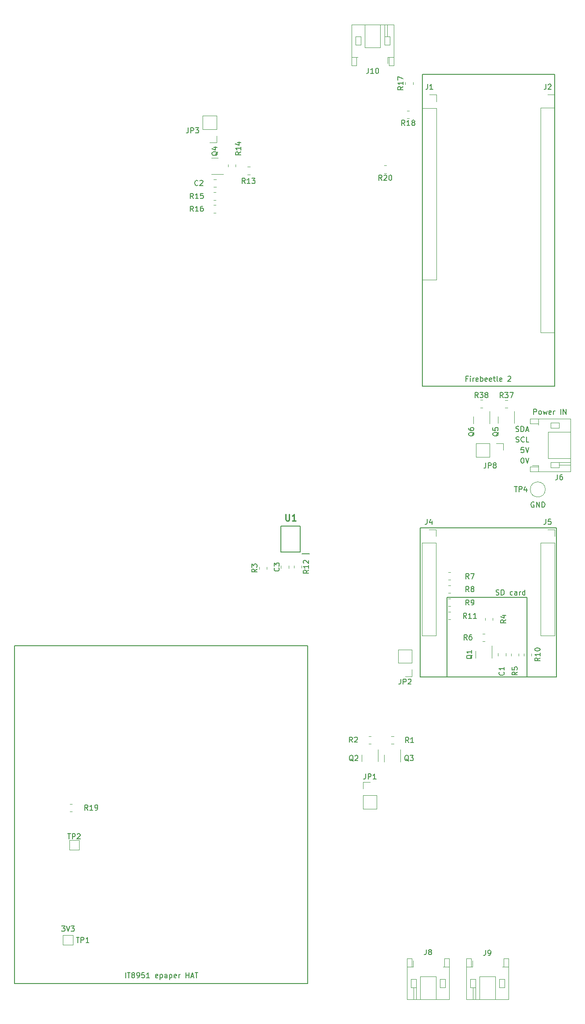
<source format=gbr>
%TF.GenerationSoftware,KiCad,Pcbnew,7.0.1*%
%TF.CreationDate,2023-12-13T20:39:25+01:00*%
%TF.ProjectId,big_pcb,6269675f-7063-4622-9e6b-696361645f70,rev?*%
%TF.SameCoordinates,Original*%
%TF.FileFunction,Legend,Top*%
%TF.FilePolarity,Positive*%
%FSLAX46Y46*%
G04 Gerber Fmt 4.6, Leading zero omitted, Abs format (unit mm)*
G04 Created by KiCad (PCBNEW 7.0.1) date 2023-12-13 20:39:25*
%MOMM*%
%LPD*%
G01*
G04 APERTURE LIST*
%ADD10C,0.150000*%
%ADD11C,0.254000*%
%ADD12C,0.120000*%
%ADD13C,0.200000*%
G04 APERTURE END LIST*
D10*
X148840000Y-169290000D02*
X205340000Y-169290000D01*
X205340000Y-234300000D01*
X148840000Y-234300000D01*
X148840000Y-169290000D01*
X227050000Y-146610000D02*
X253260000Y-146610000D01*
X253260000Y-175320000D01*
X227050000Y-175320000D01*
X227050000Y-146610000D01*
X227460000Y-59330000D02*
X252890000Y-59330000D01*
X252890000Y-119320000D01*
X227460000Y-119320000D01*
X227460000Y-59330000D01*
X232220000Y-159950000D02*
X247590000Y-159950000D01*
X247590000Y-175320000D01*
X232220000Y-175320000D01*
X232220000Y-159950000D01*
X246977142Y-131124285D02*
X246500952Y-131124285D01*
X246500952Y-131124285D02*
X246453333Y-131600475D01*
X246453333Y-131600475D02*
X246500952Y-131552856D01*
X246500952Y-131552856D02*
X246596190Y-131505237D01*
X246596190Y-131505237D02*
X246834285Y-131505237D01*
X246834285Y-131505237D02*
X246929523Y-131552856D01*
X246929523Y-131552856D02*
X246977142Y-131600475D01*
X246977142Y-131600475D02*
X247024761Y-131695713D01*
X247024761Y-131695713D02*
X247024761Y-131933808D01*
X247024761Y-131933808D02*
X246977142Y-132029046D01*
X246977142Y-132029046D02*
X246929523Y-132076666D01*
X246929523Y-132076666D02*
X246834285Y-132124285D01*
X246834285Y-132124285D02*
X246596190Y-132124285D01*
X246596190Y-132124285D02*
X246500952Y-132076666D01*
X246500952Y-132076666D02*
X246453333Y-132029046D01*
X247310476Y-131124285D02*
X247643809Y-132124285D01*
X247643809Y-132124285D02*
X247977142Y-131124285D01*
X170268095Y-233227619D02*
X170268095Y-232227619D01*
X170601428Y-232227619D02*
X171172856Y-232227619D01*
X170887142Y-233227619D02*
X170887142Y-232227619D01*
X171649047Y-232656190D02*
X171553809Y-232608571D01*
X171553809Y-232608571D02*
X171506190Y-232560952D01*
X171506190Y-232560952D02*
X171458571Y-232465714D01*
X171458571Y-232465714D02*
X171458571Y-232418095D01*
X171458571Y-232418095D02*
X171506190Y-232322857D01*
X171506190Y-232322857D02*
X171553809Y-232275238D01*
X171553809Y-232275238D02*
X171649047Y-232227619D01*
X171649047Y-232227619D02*
X171839523Y-232227619D01*
X171839523Y-232227619D02*
X171934761Y-232275238D01*
X171934761Y-232275238D02*
X171982380Y-232322857D01*
X171982380Y-232322857D02*
X172029999Y-232418095D01*
X172029999Y-232418095D02*
X172029999Y-232465714D01*
X172029999Y-232465714D02*
X171982380Y-232560952D01*
X171982380Y-232560952D02*
X171934761Y-232608571D01*
X171934761Y-232608571D02*
X171839523Y-232656190D01*
X171839523Y-232656190D02*
X171649047Y-232656190D01*
X171649047Y-232656190D02*
X171553809Y-232703809D01*
X171553809Y-232703809D02*
X171506190Y-232751428D01*
X171506190Y-232751428D02*
X171458571Y-232846666D01*
X171458571Y-232846666D02*
X171458571Y-233037142D01*
X171458571Y-233037142D02*
X171506190Y-233132380D01*
X171506190Y-233132380D02*
X171553809Y-233180000D01*
X171553809Y-233180000D02*
X171649047Y-233227619D01*
X171649047Y-233227619D02*
X171839523Y-233227619D01*
X171839523Y-233227619D02*
X171934761Y-233180000D01*
X171934761Y-233180000D02*
X171982380Y-233132380D01*
X171982380Y-233132380D02*
X172029999Y-233037142D01*
X172029999Y-233037142D02*
X172029999Y-232846666D01*
X172029999Y-232846666D02*
X171982380Y-232751428D01*
X171982380Y-232751428D02*
X171934761Y-232703809D01*
X171934761Y-232703809D02*
X171839523Y-232656190D01*
X172506190Y-233227619D02*
X172696666Y-233227619D01*
X172696666Y-233227619D02*
X172791904Y-233180000D01*
X172791904Y-233180000D02*
X172839523Y-233132380D01*
X172839523Y-233132380D02*
X172934761Y-232989523D01*
X172934761Y-232989523D02*
X172982380Y-232799047D01*
X172982380Y-232799047D02*
X172982380Y-232418095D01*
X172982380Y-232418095D02*
X172934761Y-232322857D01*
X172934761Y-232322857D02*
X172887142Y-232275238D01*
X172887142Y-232275238D02*
X172791904Y-232227619D01*
X172791904Y-232227619D02*
X172601428Y-232227619D01*
X172601428Y-232227619D02*
X172506190Y-232275238D01*
X172506190Y-232275238D02*
X172458571Y-232322857D01*
X172458571Y-232322857D02*
X172410952Y-232418095D01*
X172410952Y-232418095D02*
X172410952Y-232656190D01*
X172410952Y-232656190D02*
X172458571Y-232751428D01*
X172458571Y-232751428D02*
X172506190Y-232799047D01*
X172506190Y-232799047D02*
X172601428Y-232846666D01*
X172601428Y-232846666D02*
X172791904Y-232846666D01*
X172791904Y-232846666D02*
X172887142Y-232799047D01*
X172887142Y-232799047D02*
X172934761Y-232751428D01*
X172934761Y-232751428D02*
X172982380Y-232656190D01*
X173887142Y-232227619D02*
X173410952Y-232227619D01*
X173410952Y-232227619D02*
X173363333Y-232703809D01*
X173363333Y-232703809D02*
X173410952Y-232656190D01*
X173410952Y-232656190D02*
X173506190Y-232608571D01*
X173506190Y-232608571D02*
X173744285Y-232608571D01*
X173744285Y-232608571D02*
X173839523Y-232656190D01*
X173839523Y-232656190D02*
X173887142Y-232703809D01*
X173887142Y-232703809D02*
X173934761Y-232799047D01*
X173934761Y-232799047D02*
X173934761Y-233037142D01*
X173934761Y-233037142D02*
X173887142Y-233132380D01*
X173887142Y-233132380D02*
X173839523Y-233180000D01*
X173839523Y-233180000D02*
X173744285Y-233227619D01*
X173744285Y-233227619D02*
X173506190Y-233227619D01*
X173506190Y-233227619D02*
X173410952Y-233180000D01*
X173410952Y-233180000D02*
X173363333Y-233132380D01*
X174887142Y-233227619D02*
X174315714Y-233227619D01*
X174601428Y-233227619D02*
X174601428Y-232227619D01*
X174601428Y-232227619D02*
X174506190Y-232370476D01*
X174506190Y-232370476D02*
X174410952Y-232465714D01*
X174410952Y-232465714D02*
X174315714Y-232513333D01*
X176458571Y-233180000D02*
X176363333Y-233227619D01*
X176363333Y-233227619D02*
X176172857Y-233227619D01*
X176172857Y-233227619D02*
X176077619Y-233180000D01*
X176077619Y-233180000D02*
X176030000Y-233084761D01*
X176030000Y-233084761D02*
X176030000Y-232703809D01*
X176030000Y-232703809D02*
X176077619Y-232608571D01*
X176077619Y-232608571D02*
X176172857Y-232560952D01*
X176172857Y-232560952D02*
X176363333Y-232560952D01*
X176363333Y-232560952D02*
X176458571Y-232608571D01*
X176458571Y-232608571D02*
X176506190Y-232703809D01*
X176506190Y-232703809D02*
X176506190Y-232799047D01*
X176506190Y-232799047D02*
X176030000Y-232894285D01*
X176934762Y-232560952D02*
X176934762Y-233560952D01*
X176934762Y-232608571D02*
X177030000Y-232560952D01*
X177030000Y-232560952D02*
X177220476Y-232560952D01*
X177220476Y-232560952D02*
X177315714Y-232608571D01*
X177315714Y-232608571D02*
X177363333Y-232656190D01*
X177363333Y-232656190D02*
X177410952Y-232751428D01*
X177410952Y-232751428D02*
X177410952Y-233037142D01*
X177410952Y-233037142D02*
X177363333Y-233132380D01*
X177363333Y-233132380D02*
X177315714Y-233180000D01*
X177315714Y-233180000D02*
X177220476Y-233227619D01*
X177220476Y-233227619D02*
X177030000Y-233227619D01*
X177030000Y-233227619D02*
X176934762Y-233180000D01*
X178268095Y-233227619D02*
X178268095Y-232703809D01*
X178268095Y-232703809D02*
X178220476Y-232608571D01*
X178220476Y-232608571D02*
X178125238Y-232560952D01*
X178125238Y-232560952D02*
X177934762Y-232560952D01*
X177934762Y-232560952D02*
X177839524Y-232608571D01*
X178268095Y-233180000D02*
X178172857Y-233227619D01*
X178172857Y-233227619D02*
X177934762Y-233227619D01*
X177934762Y-233227619D02*
X177839524Y-233180000D01*
X177839524Y-233180000D02*
X177791905Y-233084761D01*
X177791905Y-233084761D02*
X177791905Y-232989523D01*
X177791905Y-232989523D02*
X177839524Y-232894285D01*
X177839524Y-232894285D02*
X177934762Y-232846666D01*
X177934762Y-232846666D02*
X178172857Y-232846666D01*
X178172857Y-232846666D02*
X178268095Y-232799047D01*
X178744286Y-232560952D02*
X178744286Y-233560952D01*
X178744286Y-232608571D02*
X178839524Y-232560952D01*
X178839524Y-232560952D02*
X179030000Y-232560952D01*
X179030000Y-232560952D02*
X179125238Y-232608571D01*
X179125238Y-232608571D02*
X179172857Y-232656190D01*
X179172857Y-232656190D02*
X179220476Y-232751428D01*
X179220476Y-232751428D02*
X179220476Y-233037142D01*
X179220476Y-233037142D02*
X179172857Y-233132380D01*
X179172857Y-233132380D02*
X179125238Y-233180000D01*
X179125238Y-233180000D02*
X179030000Y-233227619D01*
X179030000Y-233227619D02*
X178839524Y-233227619D01*
X178839524Y-233227619D02*
X178744286Y-233180000D01*
X180030000Y-233180000D02*
X179934762Y-233227619D01*
X179934762Y-233227619D02*
X179744286Y-233227619D01*
X179744286Y-233227619D02*
X179649048Y-233180000D01*
X179649048Y-233180000D02*
X179601429Y-233084761D01*
X179601429Y-233084761D02*
X179601429Y-232703809D01*
X179601429Y-232703809D02*
X179649048Y-232608571D01*
X179649048Y-232608571D02*
X179744286Y-232560952D01*
X179744286Y-232560952D02*
X179934762Y-232560952D01*
X179934762Y-232560952D02*
X180030000Y-232608571D01*
X180030000Y-232608571D02*
X180077619Y-232703809D01*
X180077619Y-232703809D02*
X180077619Y-232799047D01*
X180077619Y-232799047D02*
X179601429Y-232894285D01*
X180506191Y-233227619D02*
X180506191Y-232560952D01*
X180506191Y-232751428D02*
X180553810Y-232656190D01*
X180553810Y-232656190D02*
X180601429Y-232608571D01*
X180601429Y-232608571D02*
X180696667Y-232560952D01*
X180696667Y-232560952D02*
X180791905Y-232560952D01*
X181887144Y-233227619D02*
X181887144Y-232227619D01*
X181887144Y-232703809D02*
X182458572Y-232703809D01*
X182458572Y-233227619D02*
X182458572Y-232227619D01*
X182887144Y-232941904D02*
X183363334Y-232941904D01*
X182791906Y-233227619D02*
X183125239Y-232227619D01*
X183125239Y-232227619D02*
X183458572Y-233227619D01*
X183649049Y-232227619D02*
X184220477Y-232227619D01*
X183934763Y-233227619D02*
X183934763Y-232227619D01*
X157952857Y-223257619D02*
X158571904Y-223257619D01*
X158571904Y-223257619D02*
X158238571Y-223638571D01*
X158238571Y-223638571D02*
X158381428Y-223638571D01*
X158381428Y-223638571D02*
X158476666Y-223686190D01*
X158476666Y-223686190D02*
X158524285Y-223733809D01*
X158524285Y-223733809D02*
X158571904Y-223829047D01*
X158571904Y-223829047D02*
X158571904Y-224067142D01*
X158571904Y-224067142D02*
X158524285Y-224162380D01*
X158524285Y-224162380D02*
X158476666Y-224210000D01*
X158476666Y-224210000D02*
X158381428Y-224257619D01*
X158381428Y-224257619D02*
X158095714Y-224257619D01*
X158095714Y-224257619D02*
X158000476Y-224210000D01*
X158000476Y-224210000D02*
X157952857Y-224162380D01*
X158857619Y-223257619D02*
X159190952Y-224257619D01*
X159190952Y-224257619D02*
X159524285Y-223257619D01*
X159762381Y-223257619D02*
X160381428Y-223257619D01*
X160381428Y-223257619D02*
X160048095Y-223638571D01*
X160048095Y-223638571D02*
X160190952Y-223638571D01*
X160190952Y-223638571D02*
X160286190Y-223686190D01*
X160286190Y-223686190D02*
X160333809Y-223733809D01*
X160333809Y-223733809D02*
X160381428Y-223829047D01*
X160381428Y-223829047D02*
X160381428Y-224067142D01*
X160381428Y-224067142D02*
X160333809Y-224162380D01*
X160333809Y-224162380D02*
X160286190Y-224210000D01*
X160286190Y-224210000D02*
X160190952Y-224257619D01*
X160190952Y-224257619D02*
X159905238Y-224257619D01*
X159905238Y-224257619D02*
X159810000Y-224210000D01*
X159810000Y-224210000D02*
X159762381Y-224162380D01*
X248908095Y-124747619D02*
X248908095Y-123747619D01*
X248908095Y-123747619D02*
X249289047Y-123747619D01*
X249289047Y-123747619D02*
X249384285Y-123795238D01*
X249384285Y-123795238D02*
X249431904Y-123842857D01*
X249431904Y-123842857D02*
X249479523Y-123938095D01*
X249479523Y-123938095D02*
X249479523Y-124080952D01*
X249479523Y-124080952D02*
X249431904Y-124176190D01*
X249431904Y-124176190D02*
X249384285Y-124223809D01*
X249384285Y-124223809D02*
X249289047Y-124271428D01*
X249289047Y-124271428D02*
X248908095Y-124271428D01*
X250050952Y-124747619D02*
X249955714Y-124700000D01*
X249955714Y-124700000D02*
X249908095Y-124652380D01*
X249908095Y-124652380D02*
X249860476Y-124557142D01*
X249860476Y-124557142D02*
X249860476Y-124271428D01*
X249860476Y-124271428D02*
X249908095Y-124176190D01*
X249908095Y-124176190D02*
X249955714Y-124128571D01*
X249955714Y-124128571D02*
X250050952Y-124080952D01*
X250050952Y-124080952D02*
X250193809Y-124080952D01*
X250193809Y-124080952D02*
X250289047Y-124128571D01*
X250289047Y-124128571D02*
X250336666Y-124176190D01*
X250336666Y-124176190D02*
X250384285Y-124271428D01*
X250384285Y-124271428D02*
X250384285Y-124557142D01*
X250384285Y-124557142D02*
X250336666Y-124652380D01*
X250336666Y-124652380D02*
X250289047Y-124700000D01*
X250289047Y-124700000D02*
X250193809Y-124747619D01*
X250193809Y-124747619D02*
X250050952Y-124747619D01*
X250717619Y-124080952D02*
X250908095Y-124747619D01*
X250908095Y-124747619D02*
X251098571Y-124271428D01*
X251098571Y-124271428D02*
X251289047Y-124747619D01*
X251289047Y-124747619D02*
X251479523Y-124080952D01*
X252241428Y-124700000D02*
X252146190Y-124747619D01*
X252146190Y-124747619D02*
X251955714Y-124747619D01*
X251955714Y-124747619D02*
X251860476Y-124700000D01*
X251860476Y-124700000D02*
X251812857Y-124604761D01*
X251812857Y-124604761D02*
X251812857Y-124223809D01*
X251812857Y-124223809D02*
X251860476Y-124128571D01*
X251860476Y-124128571D02*
X251955714Y-124080952D01*
X251955714Y-124080952D02*
X252146190Y-124080952D01*
X252146190Y-124080952D02*
X252241428Y-124128571D01*
X252241428Y-124128571D02*
X252289047Y-124223809D01*
X252289047Y-124223809D02*
X252289047Y-124319047D01*
X252289047Y-124319047D02*
X251812857Y-124414285D01*
X252717619Y-124747619D02*
X252717619Y-124080952D01*
X252717619Y-124271428D02*
X252765238Y-124176190D01*
X252765238Y-124176190D02*
X252812857Y-124128571D01*
X252812857Y-124128571D02*
X252908095Y-124080952D01*
X252908095Y-124080952D02*
X253003333Y-124080952D01*
X254098572Y-124747619D02*
X254098572Y-123747619D01*
X254574762Y-124747619D02*
X254574762Y-123747619D01*
X254574762Y-123747619D02*
X255146190Y-124747619D01*
X255146190Y-124747619D02*
X255146190Y-123747619D01*
X246691428Y-133147619D02*
X246786666Y-133147619D01*
X246786666Y-133147619D02*
X246881904Y-133195238D01*
X246881904Y-133195238D02*
X246929523Y-133242857D01*
X246929523Y-133242857D02*
X246977142Y-133338095D01*
X246977142Y-133338095D02*
X247024761Y-133528571D01*
X247024761Y-133528571D02*
X247024761Y-133766666D01*
X247024761Y-133766666D02*
X246977142Y-133957142D01*
X246977142Y-133957142D02*
X246929523Y-134052380D01*
X246929523Y-134052380D02*
X246881904Y-134100000D01*
X246881904Y-134100000D02*
X246786666Y-134147619D01*
X246786666Y-134147619D02*
X246691428Y-134147619D01*
X246691428Y-134147619D02*
X246596190Y-134100000D01*
X246596190Y-134100000D02*
X246548571Y-134052380D01*
X246548571Y-134052380D02*
X246500952Y-133957142D01*
X246500952Y-133957142D02*
X246453333Y-133766666D01*
X246453333Y-133766666D02*
X246453333Y-133528571D01*
X246453333Y-133528571D02*
X246500952Y-133338095D01*
X246500952Y-133338095D02*
X246548571Y-133242857D01*
X246548571Y-133242857D02*
X246596190Y-133195238D01*
X246596190Y-133195238D02*
X246691428Y-133147619D01*
X247310476Y-133147619D02*
X247643809Y-134147619D01*
X247643809Y-134147619D02*
X247977142Y-133147619D01*
X245453333Y-128030000D02*
X245596190Y-128077619D01*
X245596190Y-128077619D02*
X245834285Y-128077619D01*
X245834285Y-128077619D02*
X245929523Y-128030000D01*
X245929523Y-128030000D02*
X245977142Y-127982380D01*
X245977142Y-127982380D02*
X246024761Y-127887142D01*
X246024761Y-127887142D02*
X246024761Y-127791904D01*
X246024761Y-127791904D02*
X245977142Y-127696666D01*
X245977142Y-127696666D02*
X245929523Y-127649047D01*
X245929523Y-127649047D02*
X245834285Y-127601428D01*
X245834285Y-127601428D02*
X245643809Y-127553809D01*
X245643809Y-127553809D02*
X245548571Y-127506190D01*
X245548571Y-127506190D02*
X245500952Y-127458571D01*
X245500952Y-127458571D02*
X245453333Y-127363333D01*
X245453333Y-127363333D02*
X245453333Y-127268095D01*
X245453333Y-127268095D02*
X245500952Y-127172857D01*
X245500952Y-127172857D02*
X245548571Y-127125238D01*
X245548571Y-127125238D02*
X245643809Y-127077619D01*
X245643809Y-127077619D02*
X245881904Y-127077619D01*
X245881904Y-127077619D02*
X246024761Y-127125238D01*
X246453333Y-128077619D02*
X246453333Y-127077619D01*
X246453333Y-127077619D02*
X246691428Y-127077619D01*
X246691428Y-127077619D02*
X246834285Y-127125238D01*
X246834285Y-127125238D02*
X246929523Y-127220476D01*
X246929523Y-127220476D02*
X246977142Y-127315714D01*
X246977142Y-127315714D02*
X247024761Y-127506190D01*
X247024761Y-127506190D02*
X247024761Y-127649047D01*
X247024761Y-127649047D02*
X246977142Y-127839523D01*
X246977142Y-127839523D02*
X246929523Y-127934761D01*
X246929523Y-127934761D02*
X246834285Y-128030000D01*
X246834285Y-128030000D02*
X246691428Y-128077619D01*
X246691428Y-128077619D02*
X246453333Y-128077619D01*
X247405714Y-127791904D02*
X247881904Y-127791904D01*
X247310476Y-128077619D02*
X247643809Y-127077619D01*
X247643809Y-127077619D02*
X247977142Y-128077619D01*
X241630476Y-159480000D02*
X241773333Y-159527619D01*
X241773333Y-159527619D02*
X242011428Y-159527619D01*
X242011428Y-159527619D02*
X242106666Y-159480000D01*
X242106666Y-159480000D02*
X242154285Y-159432380D01*
X242154285Y-159432380D02*
X242201904Y-159337142D01*
X242201904Y-159337142D02*
X242201904Y-159241904D01*
X242201904Y-159241904D02*
X242154285Y-159146666D01*
X242154285Y-159146666D02*
X242106666Y-159099047D01*
X242106666Y-159099047D02*
X242011428Y-159051428D01*
X242011428Y-159051428D02*
X241820952Y-159003809D01*
X241820952Y-159003809D02*
X241725714Y-158956190D01*
X241725714Y-158956190D02*
X241678095Y-158908571D01*
X241678095Y-158908571D02*
X241630476Y-158813333D01*
X241630476Y-158813333D02*
X241630476Y-158718095D01*
X241630476Y-158718095D02*
X241678095Y-158622857D01*
X241678095Y-158622857D02*
X241725714Y-158575238D01*
X241725714Y-158575238D02*
X241820952Y-158527619D01*
X241820952Y-158527619D02*
X242059047Y-158527619D01*
X242059047Y-158527619D02*
X242201904Y-158575238D01*
X242630476Y-159527619D02*
X242630476Y-158527619D01*
X242630476Y-158527619D02*
X242868571Y-158527619D01*
X242868571Y-158527619D02*
X243011428Y-158575238D01*
X243011428Y-158575238D02*
X243106666Y-158670476D01*
X243106666Y-158670476D02*
X243154285Y-158765714D01*
X243154285Y-158765714D02*
X243201904Y-158956190D01*
X243201904Y-158956190D02*
X243201904Y-159099047D01*
X243201904Y-159099047D02*
X243154285Y-159289523D01*
X243154285Y-159289523D02*
X243106666Y-159384761D01*
X243106666Y-159384761D02*
X243011428Y-159480000D01*
X243011428Y-159480000D02*
X242868571Y-159527619D01*
X242868571Y-159527619D02*
X242630476Y-159527619D01*
X244820952Y-159480000D02*
X244725714Y-159527619D01*
X244725714Y-159527619D02*
X244535238Y-159527619D01*
X244535238Y-159527619D02*
X244440000Y-159480000D01*
X244440000Y-159480000D02*
X244392381Y-159432380D01*
X244392381Y-159432380D02*
X244344762Y-159337142D01*
X244344762Y-159337142D02*
X244344762Y-159051428D01*
X244344762Y-159051428D02*
X244392381Y-158956190D01*
X244392381Y-158956190D02*
X244440000Y-158908571D01*
X244440000Y-158908571D02*
X244535238Y-158860952D01*
X244535238Y-158860952D02*
X244725714Y-158860952D01*
X244725714Y-158860952D02*
X244820952Y-158908571D01*
X245678095Y-159527619D02*
X245678095Y-159003809D01*
X245678095Y-159003809D02*
X245630476Y-158908571D01*
X245630476Y-158908571D02*
X245535238Y-158860952D01*
X245535238Y-158860952D02*
X245344762Y-158860952D01*
X245344762Y-158860952D02*
X245249524Y-158908571D01*
X245678095Y-159480000D02*
X245582857Y-159527619D01*
X245582857Y-159527619D02*
X245344762Y-159527619D01*
X245344762Y-159527619D02*
X245249524Y-159480000D01*
X245249524Y-159480000D02*
X245201905Y-159384761D01*
X245201905Y-159384761D02*
X245201905Y-159289523D01*
X245201905Y-159289523D02*
X245249524Y-159194285D01*
X245249524Y-159194285D02*
X245344762Y-159146666D01*
X245344762Y-159146666D02*
X245582857Y-159146666D01*
X245582857Y-159146666D02*
X245678095Y-159099047D01*
X246154286Y-159527619D02*
X246154286Y-158860952D01*
X246154286Y-159051428D02*
X246201905Y-158956190D01*
X246201905Y-158956190D02*
X246249524Y-158908571D01*
X246249524Y-158908571D02*
X246344762Y-158860952D01*
X246344762Y-158860952D02*
X246440000Y-158860952D01*
X247201905Y-159527619D02*
X247201905Y-158527619D01*
X247201905Y-159480000D02*
X247106667Y-159527619D01*
X247106667Y-159527619D02*
X246916191Y-159527619D01*
X246916191Y-159527619D02*
X246820953Y-159480000D01*
X246820953Y-159480000D02*
X246773334Y-159432380D01*
X246773334Y-159432380D02*
X246725715Y-159337142D01*
X246725715Y-159337142D02*
X246725715Y-159051428D01*
X246725715Y-159051428D02*
X246773334Y-158956190D01*
X246773334Y-158956190D02*
X246820953Y-158908571D01*
X246820953Y-158908571D02*
X246916191Y-158860952D01*
X246916191Y-158860952D02*
X247106667Y-158860952D01*
X247106667Y-158860952D02*
X247201905Y-158908571D01*
X248941904Y-141685238D02*
X248846666Y-141637619D01*
X248846666Y-141637619D02*
X248703809Y-141637619D01*
X248703809Y-141637619D02*
X248560952Y-141685238D01*
X248560952Y-141685238D02*
X248465714Y-141780476D01*
X248465714Y-141780476D02*
X248418095Y-141875714D01*
X248418095Y-141875714D02*
X248370476Y-142066190D01*
X248370476Y-142066190D02*
X248370476Y-142209047D01*
X248370476Y-142209047D02*
X248418095Y-142399523D01*
X248418095Y-142399523D02*
X248465714Y-142494761D01*
X248465714Y-142494761D02*
X248560952Y-142590000D01*
X248560952Y-142590000D02*
X248703809Y-142637619D01*
X248703809Y-142637619D02*
X248799047Y-142637619D01*
X248799047Y-142637619D02*
X248941904Y-142590000D01*
X248941904Y-142590000D02*
X248989523Y-142542380D01*
X248989523Y-142542380D02*
X248989523Y-142209047D01*
X248989523Y-142209047D02*
X248799047Y-142209047D01*
X249418095Y-142637619D02*
X249418095Y-141637619D01*
X249418095Y-141637619D02*
X249989523Y-142637619D01*
X249989523Y-142637619D02*
X249989523Y-141637619D01*
X250465714Y-142637619D02*
X250465714Y-141637619D01*
X250465714Y-141637619D02*
X250703809Y-141637619D01*
X250703809Y-141637619D02*
X250846666Y-141685238D01*
X250846666Y-141685238D02*
X250941904Y-141780476D01*
X250941904Y-141780476D02*
X250989523Y-141875714D01*
X250989523Y-141875714D02*
X251037142Y-142066190D01*
X251037142Y-142066190D02*
X251037142Y-142209047D01*
X251037142Y-142209047D02*
X250989523Y-142399523D01*
X250989523Y-142399523D02*
X250941904Y-142494761D01*
X250941904Y-142494761D02*
X250846666Y-142590000D01*
X250846666Y-142590000D02*
X250703809Y-142637619D01*
X250703809Y-142637619D02*
X250465714Y-142637619D01*
X245500952Y-130053333D02*
X245643809Y-130100952D01*
X245643809Y-130100952D02*
X245881904Y-130100952D01*
X245881904Y-130100952D02*
X245977142Y-130053333D01*
X245977142Y-130053333D02*
X246024761Y-130005713D01*
X246024761Y-130005713D02*
X246072380Y-129910475D01*
X246072380Y-129910475D02*
X246072380Y-129815237D01*
X246072380Y-129815237D02*
X246024761Y-129719999D01*
X246024761Y-129719999D02*
X245977142Y-129672380D01*
X245977142Y-129672380D02*
X245881904Y-129624761D01*
X245881904Y-129624761D02*
X245691428Y-129577142D01*
X245691428Y-129577142D02*
X245596190Y-129529523D01*
X245596190Y-129529523D02*
X245548571Y-129481904D01*
X245548571Y-129481904D02*
X245500952Y-129386666D01*
X245500952Y-129386666D02*
X245500952Y-129291428D01*
X245500952Y-129291428D02*
X245548571Y-129196190D01*
X245548571Y-129196190D02*
X245596190Y-129148571D01*
X245596190Y-129148571D02*
X245691428Y-129100952D01*
X245691428Y-129100952D02*
X245929523Y-129100952D01*
X245929523Y-129100952D02*
X246072380Y-129148571D01*
X247072380Y-130005713D02*
X247024761Y-130053333D01*
X247024761Y-130053333D02*
X246881904Y-130100952D01*
X246881904Y-130100952D02*
X246786666Y-130100952D01*
X246786666Y-130100952D02*
X246643809Y-130053333D01*
X246643809Y-130053333D02*
X246548571Y-129958094D01*
X246548571Y-129958094D02*
X246500952Y-129862856D01*
X246500952Y-129862856D02*
X246453333Y-129672380D01*
X246453333Y-129672380D02*
X246453333Y-129529523D01*
X246453333Y-129529523D02*
X246500952Y-129339047D01*
X246500952Y-129339047D02*
X246548571Y-129243809D01*
X246548571Y-129243809D02*
X246643809Y-129148571D01*
X246643809Y-129148571D02*
X246786666Y-129100952D01*
X246786666Y-129100952D02*
X246881904Y-129100952D01*
X246881904Y-129100952D02*
X247024761Y-129148571D01*
X247024761Y-129148571D02*
X247072380Y-129196190D01*
X247977142Y-130100952D02*
X247500952Y-130100952D01*
X247500952Y-130100952D02*
X247500952Y-129100952D01*
X236163808Y-117893809D02*
X235830475Y-117893809D01*
X235830475Y-118417619D02*
X235830475Y-117417619D01*
X235830475Y-117417619D02*
X236306665Y-117417619D01*
X236687618Y-118417619D02*
X236687618Y-117750952D01*
X236687618Y-117417619D02*
X236639999Y-117465238D01*
X236639999Y-117465238D02*
X236687618Y-117512857D01*
X236687618Y-117512857D02*
X236735237Y-117465238D01*
X236735237Y-117465238D02*
X236687618Y-117417619D01*
X236687618Y-117417619D02*
X236687618Y-117512857D01*
X237163808Y-118417619D02*
X237163808Y-117750952D01*
X237163808Y-117941428D02*
X237211427Y-117846190D01*
X237211427Y-117846190D02*
X237259046Y-117798571D01*
X237259046Y-117798571D02*
X237354284Y-117750952D01*
X237354284Y-117750952D02*
X237449522Y-117750952D01*
X238163808Y-118370000D02*
X238068570Y-118417619D01*
X238068570Y-118417619D02*
X237878094Y-118417619D01*
X237878094Y-118417619D02*
X237782856Y-118370000D01*
X237782856Y-118370000D02*
X237735237Y-118274761D01*
X237735237Y-118274761D02*
X237735237Y-117893809D01*
X237735237Y-117893809D02*
X237782856Y-117798571D01*
X237782856Y-117798571D02*
X237878094Y-117750952D01*
X237878094Y-117750952D02*
X238068570Y-117750952D01*
X238068570Y-117750952D02*
X238163808Y-117798571D01*
X238163808Y-117798571D02*
X238211427Y-117893809D01*
X238211427Y-117893809D02*
X238211427Y-117989047D01*
X238211427Y-117989047D02*
X237735237Y-118084285D01*
X238639999Y-118417619D02*
X238639999Y-117417619D01*
X238639999Y-117798571D02*
X238735237Y-117750952D01*
X238735237Y-117750952D02*
X238925713Y-117750952D01*
X238925713Y-117750952D02*
X239020951Y-117798571D01*
X239020951Y-117798571D02*
X239068570Y-117846190D01*
X239068570Y-117846190D02*
X239116189Y-117941428D01*
X239116189Y-117941428D02*
X239116189Y-118227142D01*
X239116189Y-118227142D02*
X239068570Y-118322380D01*
X239068570Y-118322380D02*
X239020951Y-118370000D01*
X239020951Y-118370000D02*
X238925713Y-118417619D01*
X238925713Y-118417619D02*
X238735237Y-118417619D01*
X238735237Y-118417619D02*
X238639999Y-118370000D01*
X239925713Y-118370000D02*
X239830475Y-118417619D01*
X239830475Y-118417619D02*
X239639999Y-118417619D01*
X239639999Y-118417619D02*
X239544761Y-118370000D01*
X239544761Y-118370000D02*
X239497142Y-118274761D01*
X239497142Y-118274761D02*
X239497142Y-117893809D01*
X239497142Y-117893809D02*
X239544761Y-117798571D01*
X239544761Y-117798571D02*
X239639999Y-117750952D01*
X239639999Y-117750952D02*
X239830475Y-117750952D01*
X239830475Y-117750952D02*
X239925713Y-117798571D01*
X239925713Y-117798571D02*
X239973332Y-117893809D01*
X239973332Y-117893809D02*
X239973332Y-117989047D01*
X239973332Y-117989047D02*
X239497142Y-118084285D01*
X240782856Y-118370000D02*
X240687618Y-118417619D01*
X240687618Y-118417619D02*
X240497142Y-118417619D01*
X240497142Y-118417619D02*
X240401904Y-118370000D01*
X240401904Y-118370000D02*
X240354285Y-118274761D01*
X240354285Y-118274761D02*
X240354285Y-117893809D01*
X240354285Y-117893809D02*
X240401904Y-117798571D01*
X240401904Y-117798571D02*
X240497142Y-117750952D01*
X240497142Y-117750952D02*
X240687618Y-117750952D01*
X240687618Y-117750952D02*
X240782856Y-117798571D01*
X240782856Y-117798571D02*
X240830475Y-117893809D01*
X240830475Y-117893809D02*
X240830475Y-117989047D01*
X240830475Y-117989047D02*
X240354285Y-118084285D01*
X241116190Y-117750952D02*
X241497142Y-117750952D01*
X241259047Y-117417619D02*
X241259047Y-118274761D01*
X241259047Y-118274761D02*
X241306666Y-118370000D01*
X241306666Y-118370000D02*
X241401904Y-118417619D01*
X241401904Y-118417619D02*
X241497142Y-118417619D01*
X241973333Y-118417619D02*
X241878095Y-118370000D01*
X241878095Y-118370000D02*
X241830476Y-118274761D01*
X241830476Y-118274761D02*
X241830476Y-117417619D01*
X242735238Y-118370000D02*
X242640000Y-118417619D01*
X242640000Y-118417619D02*
X242449524Y-118417619D01*
X242449524Y-118417619D02*
X242354286Y-118370000D01*
X242354286Y-118370000D02*
X242306667Y-118274761D01*
X242306667Y-118274761D02*
X242306667Y-117893809D01*
X242306667Y-117893809D02*
X242354286Y-117798571D01*
X242354286Y-117798571D02*
X242449524Y-117750952D01*
X242449524Y-117750952D02*
X242640000Y-117750952D01*
X242640000Y-117750952D02*
X242735238Y-117798571D01*
X242735238Y-117798571D02*
X242782857Y-117893809D01*
X242782857Y-117893809D02*
X242782857Y-117989047D01*
X242782857Y-117989047D02*
X242306667Y-118084285D01*
X243925715Y-117512857D02*
X243973334Y-117465238D01*
X243973334Y-117465238D02*
X244068572Y-117417619D01*
X244068572Y-117417619D02*
X244306667Y-117417619D01*
X244306667Y-117417619D02*
X244401905Y-117465238D01*
X244401905Y-117465238D02*
X244449524Y-117512857D01*
X244449524Y-117512857D02*
X244497143Y-117608095D01*
X244497143Y-117608095D02*
X244497143Y-117703333D01*
X244497143Y-117703333D02*
X244449524Y-117846190D01*
X244449524Y-117846190D02*
X243878096Y-118417619D01*
X243878096Y-118417619D02*
X244497143Y-118417619D01*
%TO.C,C2*%
X184203333Y-80637380D02*
X184155714Y-80685000D01*
X184155714Y-80685000D02*
X184012857Y-80732619D01*
X184012857Y-80732619D02*
X183917619Y-80732619D01*
X183917619Y-80732619D02*
X183774762Y-80685000D01*
X183774762Y-80685000D02*
X183679524Y-80589761D01*
X183679524Y-80589761D02*
X183631905Y-80494523D01*
X183631905Y-80494523D02*
X183584286Y-80304047D01*
X183584286Y-80304047D02*
X183584286Y-80161190D01*
X183584286Y-80161190D02*
X183631905Y-79970714D01*
X183631905Y-79970714D02*
X183679524Y-79875476D01*
X183679524Y-79875476D02*
X183774762Y-79780238D01*
X183774762Y-79780238D02*
X183917619Y-79732619D01*
X183917619Y-79732619D02*
X184012857Y-79732619D01*
X184012857Y-79732619D02*
X184155714Y-79780238D01*
X184155714Y-79780238D02*
X184203333Y-79827857D01*
X184584286Y-79827857D02*
X184631905Y-79780238D01*
X184631905Y-79780238D02*
X184727143Y-79732619D01*
X184727143Y-79732619D02*
X184965238Y-79732619D01*
X184965238Y-79732619D02*
X185060476Y-79780238D01*
X185060476Y-79780238D02*
X185108095Y-79827857D01*
X185108095Y-79827857D02*
X185155714Y-79923095D01*
X185155714Y-79923095D02*
X185155714Y-80018333D01*
X185155714Y-80018333D02*
X185108095Y-80161190D01*
X185108095Y-80161190D02*
X184536667Y-80732619D01*
X184536667Y-80732619D02*
X185155714Y-80732619D01*
%TO.C,R16*%
X183337142Y-85682619D02*
X183003809Y-85206428D01*
X182765714Y-85682619D02*
X182765714Y-84682619D01*
X182765714Y-84682619D02*
X183146666Y-84682619D01*
X183146666Y-84682619D02*
X183241904Y-84730238D01*
X183241904Y-84730238D02*
X183289523Y-84777857D01*
X183289523Y-84777857D02*
X183337142Y-84873095D01*
X183337142Y-84873095D02*
X183337142Y-85015952D01*
X183337142Y-85015952D02*
X183289523Y-85111190D01*
X183289523Y-85111190D02*
X183241904Y-85158809D01*
X183241904Y-85158809D02*
X183146666Y-85206428D01*
X183146666Y-85206428D02*
X182765714Y-85206428D01*
X184289523Y-85682619D02*
X183718095Y-85682619D01*
X184003809Y-85682619D02*
X184003809Y-84682619D01*
X184003809Y-84682619D02*
X183908571Y-84825476D01*
X183908571Y-84825476D02*
X183813333Y-84920714D01*
X183813333Y-84920714D02*
X183718095Y-84968333D01*
X185146666Y-84682619D02*
X184956190Y-84682619D01*
X184956190Y-84682619D02*
X184860952Y-84730238D01*
X184860952Y-84730238D02*
X184813333Y-84777857D01*
X184813333Y-84777857D02*
X184718095Y-84920714D01*
X184718095Y-84920714D02*
X184670476Y-85111190D01*
X184670476Y-85111190D02*
X184670476Y-85492142D01*
X184670476Y-85492142D02*
X184718095Y-85587380D01*
X184718095Y-85587380D02*
X184765714Y-85635000D01*
X184765714Y-85635000D02*
X184860952Y-85682619D01*
X184860952Y-85682619D02*
X185051428Y-85682619D01*
X185051428Y-85682619D02*
X185146666Y-85635000D01*
X185146666Y-85635000D02*
X185194285Y-85587380D01*
X185194285Y-85587380D02*
X185241904Y-85492142D01*
X185241904Y-85492142D02*
X185241904Y-85254047D01*
X185241904Y-85254047D02*
X185194285Y-85158809D01*
X185194285Y-85158809D02*
X185146666Y-85111190D01*
X185146666Y-85111190D02*
X185051428Y-85063571D01*
X185051428Y-85063571D02*
X184860952Y-85063571D01*
X184860952Y-85063571D02*
X184765714Y-85111190D01*
X184765714Y-85111190D02*
X184718095Y-85158809D01*
X184718095Y-85158809D02*
X184670476Y-85254047D01*
%TO.C,Q2*%
X214134761Y-191515357D02*
X214039523Y-191467738D01*
X214039523Y-191467738D02*
X213944285Y-191372500D01*
X213944285Y-191372500D02*
X213801428Y-191229642D01*
X213801428Y-191229642D02*
X213706190Y-191182023D01*
X213706190Y-191182023D02*
X213610952Y-191182023D01*
X213658571Y-191420119D02*
X213563333Y-191372500D01*
X213563333Y-191372500D02*
X213468095Y-191277261D01*
X213468095Y-191277261D02*
X213420476Y-191086785D01*
X213420476Y-191086785D02*
X213420476Y-190753452D01*
X213420476Y-190753452D02*
X213468095Y-190562976D01*
X213468095Y-190562976D02*
X213563333Y-190467738D01*
X213563333Y-190467738D02*
X213658571Y-190420119D01*
X213658571Y-190420119D02*
X213849047Y-190420119D01*
X213849047Y-190420119D02*
X213944285Y-190467738D01*
X213944285Y-190467738D02*
X214039523Y-190562976D01*
X214039523Y-190562976D02*
X214087142Y-190753452D01*
X214087142Y-190753452D02*
X214087142Y-191086785D01*
X214087142Y-191086785D02*
X214039523Y-191277261D01*
X214039523Y-191277261D02*
X213944285Y-191372500D01*
X213944285Y-191372500D02*
X213849047Y-191420119D01*
X213849047Y-191420119D02*
X213658571Y-191420119D01*
X214468095Y-190515357D02*
X214515714Y-190467738D01*
X214515714Y-190467738D02*
X214610952Y-190420119D01*
X214610952Y-190420119D02*
X214849047Y-190420119D01*
X214849047Y-190420119D02*
X214944285Y-190467738D01*
X214944285Y-190467738D02*
X214991904Y-190515357D01*
X214991904Y-190515357D02*
X215039523Y-190610595D01*
X215039523Y-190610595D02*
X215039523Y-190705833D01*
X215039523Y-190705833D02*
X214991904Y-190848690D01*
X214991904Y-190848690D02*
X214420476Y-191420119D01*
X214420476Y-191420119D02*
X215039523Y-191420119D01*
%TO.C,R11*%
X235947142Y-164022619D02*
X235613809Y-163546428D01*
X235375714Y-164022619D02*
X235375714Y-163022619D01*
X235375714Y-163022619D02*
X235756666Y-163022619D01*
X235756666Y-163022619D02*
X235851904Y-163070238D01*
X235851904Y-163070238D02*
X235899523Y-163117857D01*
X235899523Y-163117857D02*
X235947142Y-163213095D01*
X235947142Y-163213095D02*
X235947142Y-163355952D01*
X235947142Y-163355952D02*
X235899523Y-163451190D01*
X235899523Y-163451190D02*
X235851904Y-163498809D01*
X235851904Y-163498809D02*
X235756666Y-163546428D01*
X235756666Y-163546428D02*
X235375714Y-163546428D01*
X236899523Y-164022619D02*
X236328095Y-164022619D01*
X236613809Y-164022619D02*
X236613809Y-163022619D01*
X236613809Y-163022619D02*
X236518571Y-163165476D01*
X236518571Y-163165476D02*
X236423333Y-163260714D01*
X236423333Y-163260714D02*
X236328095Y-163308333D01*
X237851904Y-164022619D02*
X237280476Y-164022619D01*
X237566190Y-164022619D02*
X237566190Y-163022619D01*
X237566190Y-163022619D02*
X237470952Y-163165476D01*
X237470952Y-163165476D02*
X237375714Y-163260714D01*
X237375714Y-163260714D02*
X237280476Y-163308333D01*
%TO.C,R14*%
X192462619Y-74242857D02*
X191986428Y-74576190D01*
X192462619Y-74814285D02*
X191462619Y-74814285D01*
X191462619Y-74814285D02*
X191462619Y-74433333D01*
X191462619Y-74433333D02*
X191510238Y-74338095D01*
X191510238Y-74338095D02*
X191557857Y-74290476D01*
X191557857Y-74290476D02*
X191653095Y-74242857D01*
X191653095Y-74242857D02*
X191795952Y-74242857D01*
X191795952Y-74242857D02*
X191891190Y-74290476D01*
X191891190Y-74290476D02*
X191938809Y-74338095D01*
X191938809Y-74338095D02*
X191986428Y-74433333D01*
X191986428Y-74433333D02*
X191986428Y-74814285D01*
X192462619Y-73290476D02*
X192462619Y-73861904D01*
X192462619Y-73576190D02*
X191462619Y-73576190D01*
X191462619Y-73576190D02*
X191605476Y-73671428D01*
X191605476Y-73671428D02*
X191700714Y-73766666D01*
X191700714Y-73766666D02*
X191748333Y-73861904D01*
X191795952Y-72433333D02*
X192462619Y-72433333D01*
X191415000Y-72671428D02*
X192129285Y-72909523D01*
X192129285Y-72909523D02*
X192129285Y-72290476D01*
%TO.C,R12*%
X205532619Y-154752857D02*
X205056428Y-155086190D01*
X205532619Y-155324285D02*
X204532619Y-155324285D01*
X204532619Y-155324285D02*
X204532619Y-154943333D01*
X204532619Y-154943333D02*
X204580238Y-154848095D01*
X204580238Y-154848095D02*
X204627857Y-154800476D01*
X204627857Y-154800476D02*
X204723095Y-154752857D01*
X204723095Y-154752857D02*
X204865952Y-154752857D01*
X204865952Y-154752857D02*
X204961190Y-154800476D01*
X204961190Y-154800476D02*
X205008809Y-154848095D01*
X205008809Y-154848095D02*
X205056428Y-154943333D01*
X205056428Y-154943333D02*
X205056428Y-155324285D01*
X205532619Y-153800476D02*
X205532619Y-154371904D01*
X205532619Y-154086190D02*
X204532619Y-154086190D01*
X204532619Y-154086190D02*
X204675476Y-154181428D01*
X204675476Y-154181428D02*
X204770714Y-154276666D01*
X204770714Y-154276666D02*
X204818333Y-154371904D01*
X204627857Y-153419523D02*
X204580238Y-153371904D01*
X204580238Y-153371904D02*
X204532619Y-153276666D01*
X204532619Y-153276666D02*
X204532619Y-153038571D01*
X204532619Y-153038571D02*
X204580238Y-152943333D01*
X204580238Y-152943333D02*
X204627857Y-152895714D01*
X204627857Y-152895714D02*
X204723095Y-152848095D01*
X204723095Y-152848095D02*
X204818333Y-152848095D01*
X204818333Y-152848095D02*
X204961190Y-152895714D01*
X204961190Y-152895714D02*
X205532619Y-153467142D01*
X205532619Y-153467142D02*
X205532619Y-152848095D01*
%TO.C,JP2*%
X223286666Y-175692619D02*
X223286666Y-176406904D01*
X223286666Y-176406904D02*
X223239047Y-176549761D01*
X223239047Y-176549761D02*
X223143809Y-176645000D01*
X223143809Y-176645000D02*
X223000952Y-176692619D01*
X223000952Y-176692619D02*
X222905714Y-176692619D01*
X223762857Y-176692619D02*
X223762857Y-175692619D01*
X223762857Y-175692619D02*
X224143809Y-175692619D01*
X224143809Y-175692619D02*
X224239047Y-175740238D01*
X224239047Y-175740238D02*
X224286666Y-175787857D01*
X224286666Y-175787857D02*
X224334285Y-175883095D01*
X224334285Y-175883095D02*
X224334285Y-176025952D01*
X224334285Y-176025952D02*
X224286666Y-176121190D01*
X224286666Y-176121190D02*
X224239047Y-176168809D01*
X224239047Y-176168809D02*
X224143809Y-176216428D01*
X224143809Y-176216428D02*
X223762857Y-176216428D01*
X224715238Y-175787857D02*
X224762857Y-175740238D01*
X224762857Y-175740238D02*
X224858095Y-175692619D01*
X224858095Y-175692619D02*
X225096190Y-175692619D01*
X225096190Y-175692619D02*
X225191428Y-175740238D01*
X225191428Y-175740238D02*
X225239047Y-175787857D01*
X225239047Y-175787857D02*
X225286666Y-175883095D01*
X225286666Y-175883095D02*
X225286666Y-175978333D01*
X225286666Y-175978333D02*
X225239047Y-176121190D01*
X225239047Y-176121190D02*
X224667619Y-176692619D01*
X224667619Y-176692619D02*
X225286666Y-176692619D01*
%TO.C,J10*%
X217050476Y-58142619D02*
X217050476Y-58856904D01*
X217050476Y-58856904D02*
X217002857Y-58999761D01*
X217002857Y-58999761D02*
X216907619Y-59095000D01*
X216907619Y-59095000D02*
X216764762Y-59142619D01*
X216764762Y-59142619D02*
X216669524Y-59142619D01*
X218050476Y-59142619D02*
X217479048Y-59142619D01*
X217764762Y-59142619D02*
X217764762Y-58142619D01*
X217764762Y-58142619D02*
X217669524Y-58285476D01*
X217669524Y-58285476D02*
X217574286Y-58380714D01*
X217574286Y-58380714D02*
X217479048Y-58428333D01*
X218669524Y-58142619D02*
X218764762Y-58142619D01*
X218764762Y-58142619D02*
X218860000Y-58190238D01*
X218860000Y-58190238D02*
X218907619Y-58237857D01*
X218907619Y-58237857D02*
X218955238Y-58333095D01*
X218955238Y-58333095D02*
X219002857Y-58523571D01*
X219002857Y-58523571D02*
X219002857Y-58761666D01*
X219002857Y-58761666D02*
X218955238Y-58952142D01*
X218955238Y-58952142D02*
X218907619Y-59047380D01*
X218907619Y-59047380D02*
X218860000Y-59095000D01*
X218860000Y-59095000D02*
X218764762Y-59142619D01*
X218764762Y-59142619D02*
X218669524Y-59142619D01*
X218669524Y-59142619D02*
X218574286Y-59095000D01*
X218574286Y-59095000D02*
X218526667Y-59047380D01*
X218526667Y-59047380D02*
X218479048Y-58952142D01*
X218479048Y-58952142D02*
X218431429Y-58761666D01*
X218431429Y-58761666D02*
X218431429Y-58523571D01*
X218431429Y-58523571D02*
X218479048Y-58333095D01*
X218479048Y-58333095D02*
X218526667Y-58237857D01*
X218526667Y-58237857D02*
X218574286Y-58190238D01*
X218574286Y-58190238D02*
X218669524Y-58142619D01*
%TO.C,C1*%
X243107380Y-174376666D02*
X243155000Y-174424285D01*
X243155000Y-174424285D02*
X243202619Y-174567142D01*
X243202619Y-174567142D02*
X243202619Y-174662380D01*
X243202619Y-174662380D02*
X243155000Y-174805237D01*
X243155000Y-174805237D02*
X243059761Y-174900475D01*
X243059761Y-174900475D02*
X242964523Y-174948094D01*
X242964523Y-174948094D02*
X242774047Y-174995713D01*
X242774047Y-174995713D02*
X242631190Y-174995713D01*
X242631190Y-174995713D02*
X242440714Y-174948094D01*
X242440714Y-174948094D02*
X242345476Y-174900475D01*
X242345476Y-174900475D02*
X242250238Y-174805237D01*
X242250238Y-174805237D02*
X242202619Y-174662380D01*
X242202619Y-174662380D02*
X242202619Y-174567142D01*
X242202619Y-174567142D02*
X242250238Y-174424285D01*
X242250238Y-174424285D02*
X242297857Y-174376666D01*
X243202619Y-173424285D02*
X243202619Y-173995713D01*
X243202619Y-173709999D02*
X242202619Y-173709999D01*
X242202619Y-173709999D02*
X242345476Y-173805237D01*
X242345476Y-173805237D02*
X242440714Y-173900475D01*
X242440714Y-173900475D02*
X242488333Y-173995713D01*
%TO.C,Q4*%
X188007857Y-74195238D02*
X187960238Y-74290476D01*
X187960238Y-74290476D02*
X187865000Y-74385714D01*
X187865000Y-74385714D02*
X187722142Y-74528571D01*
X187722142Y-74528571D02*
X187674523Y-74623809D01*
X187674523Y-74623809D02*
X187674523Y-74719047D01*
X187912619Y-74671428D02*
X187865000Y-74766666D01*
X187865000Y-74766666D02*
X187769761Y-74861904D01*
X187769761Y-74861904D02*
X187579285Y-74909523D01*
X187579285Y-74909523D02*
X187245952Y-74909523D01*
X187245952Y-74909523D02*
X187055476Y-74861904D01*
X187055476Y-74861904D02*
X186960238Y-74766666D01*
X186960238Y-74766666D02*
X186912619Y-74671428D01*
X186912619Y-74671428D02*
X186912619Y-74480952D01*
X186912619Y-74480952D02*
X186960238Y-74385714D01*
X186960238Y-74385714D02*
X187055476Y-74290476D01*
X187055476Y-74290476D02*
X187245952Y-74242857D01*
X187245952Y-74242857D02*
X187579285Y-74242857D01*
X187579285Y-74242857D02*
X187769761Y-74290476D01*
X187769761Y-74290476D02*
X187865000Y-74385714D01*
X187865000Y-74385714D02*
X187912619Y-74480952D01*
X187912619Y-74480952D02*
X187912619Y-74671428D01*
X187245952Y-73385714D02*
X187912619Y-73385714D01*
X186865000Y-73623809D02*
X187579285Y-73861904D01*
X187579285Y-73861904D02*
X187579285Y-73242857D01*
%TO.C,R2*%
X213973333Y-187882619D02*
X213640000Y-187406428D01*
X213401905Y-187882619D02*
X213401905Y-186882619D01*
X213401905Y-186882619D02*
X213782857Y-186882619D01*
X213782857Y-186882619D02*
X213878095Y-186930238D01*
X213878095Y-186930238D02*
X213925714Y-186977857D01*
X213925714Y-186977857D02*
X213973333Y-187073095D01*
X213973333Y-187073095D02*
X213973333Y-187215952D01*
X213973333Y-187215952D02*
X213925714Y-187311190D01*
X213925714Y-187311190D02*
X213878095Y-187358809D01*
X213878095Y-187358809D02*
X213782857Y-187406428D01*
X213782857Y-187406428D02*
X213401905Y-187406428D01*
X214354286Y-186977857D02*
X214401905Y-186930238D01*
X214401905Y-186930238D02*
X214497143Y-186882619D01*
X214497143Y-186882619D02*
X214735238Y-186882619D01*
X214735238Y-186882619D02*
X214830476Y-186930238D01*
X214830476Y-186930238D02*
X214878095Y-186977857D01*
X214878095Y-186977857D02*
X214925714Y-187073095D01*
X214925714Y-187073095D02*
X214925714Y-187168333D01*
X214925714Y-187168333D02*
X214878095Y-187311190D01*
X214878095Y-187311190D02*
X214306667Y-187882619D01*
X214306667Y-187882619D02*
X214925714Y-187882619D01*
%TO.C,R18*%
X224077142Y-69152619D02*
X223743809Y-68676428D01*
X223505714Y-69152619D02*
X223505714Y-68152619D01*
X223505714Y-68152619D02*
X223886666Y-68152619D01*
X223886666Y-68152619D02*
X223981904Y-68200238D01*
X223981904Y-68200238D02*
X224029523Y-68247857D01*
X224029523Y-68247857D02*
X224077142Y-68343095D01*
X224077142Y-68343095D02*
X224077142Y-68485952D01*
X224077142Y-68485952D02*
X224029523Y-68581190D01*
X224029523Y-68581190D02*
X223981904Y-68628809D01*
X223981904Y-68628809D02*
X223886666Y-68676428D01*
X223886666Y-68676428D02*
X223505714Y-68676428D01*
X225029523Y-69152619D02*
X224458095Y-69152619D01*
X224743809Y-69152619D02*
X224743809Y-68152619D01*
X224743809Y-68152619D02*
X224648571Y-68295476D01*
X224648571Y-68295476D02*
X224553333Y-68390714D01*
X224553333Y-68390714D02*
X224458095Y-68438333D01*
X225600952Y-68581190D02*
X225505714Y-68533571D01*
X225505714Y-68533571D02*
X225458095Y-68485952D01*
X225458095Y-68485952D02*
X225410476Y-68390714D01*
X225410476Y-68390714D02*
X225410476Y-68343095D01*
X225410476Y-68343095D02*
X225458095Y-68247857D01*
X225458095Y-68247857D02*
X225505714Y-68200238D01*
X225505714Y-68200238D02*
X225600952Y-68152619D01*
X225600952Y-68152619D02*
X225791428Y-68152619D01*
X225791428Y-68152619D02*
X225886666Y-68200238D01*
X225886666Y-68200238D02*
X225934285Y-68247857D01*
X225934285Y-68247857D02*
X225981904Y-68343095D01*
X225981904Y-68343095D02*
X225981904Y-68390714D01*
X225981904Y-68390714D02*
X225934285Y-68485952D01*
X225934285Y-68485952D02*
X225886666Y-68533571D01*
X225886666Y-68533571D02*
X225791428Y-68581190D01*
X225791428Y-68581190D02*
X225600952Y-68581190D01*
X225600952Y-68581190D02*
X225505714Y-68628809D01*
X225505714Y-68628809D02*
X225458095Y-68676428D01*
X225458095Y-68676428D02*
X225410476Y-68771666D01*
X225410476Y-68771666D02*
X225410476Y-68962142D01*
X225410476Y-68962142D02*
X225458095Y-69057380D01*
X225458095Y-69057380D02*
X225505714Y-69105000D01*
X225505714Y-69105000D02*
X225600952Y-69152619D01*
X225600952Y-69152619D02*
X225791428Y-69152619D01*
X225791428Y-69152619D02*
X225886666Y-69105000D01*
X225886666Y-69105000D02*
X225934285Y-69057380D01*
X225934285Y-69057380D02*
X225981904Y-68962142D01*
X225981904Y-68962142D02*
X225981904Y-68771666D01*
X225981904Y-68771666D02*
X225934285Y-68676428D01*
X225934285Y-68676428D02*
X225886666Y-68628809D01*
X225886666Y-68628809D02*
X225791428Y-68581190D01*
%TO.C,TP2*%
X159108095Y-205484619D02*
X159679523Y-205484619D01*
X159393809Y-206484619D02*
X159393809Y-205484619D01*
X160012857Y-206484619D02*
X160012857Y-205484619D01*
X160012857Y-205484619D02*
X160393809Y-205484619D01*
X160393809Y-205484619D02*
X160489047Y-205532238D01*
X160489047Y-205532238D02*
X160536666Y-205579857D01*
X160536666Y-205579857D02*
X160584285Y-205675095D01*
X160584285Y-205675095D02*
X160584285Y-205817952D01*
X160584285Y-205817952D02*
X160536666Y-205913190D01*
X160536666Y-205913190D02*
X160489047Y-205960809D01*
X160489047Y-205960809D02*
X160393809Y-206008428D01*
X160393809Y-206008428D02*
X160012857Y-206008428D01*
X160965238Y-205579857D02*
X161012857Y-205532238D01*
X161012857Y-205532238D02*
X161108095Y-205484619D01*
X161108095Y-205484619D02*
X161346190Y-205484619D01*
X161346190Y-205484619D02*
X161441428Y-205532238D01*
X161441428Y-205532238D02*
X161489047Y-205579857D01*
X161489047Y-205579857D02*
X161536666Y-205675095D01*
X161536666Y-205675095D02*
X161536666Y-205770333D01*
X161536666Y-205770333D02*
X161489047Y-205913190D01*
X161489047Y-205913190D02*
X160917619Y-206484619D01*
X160917619Y-206484619D02*
X161536666Y-206484619D01*
%TO.C,R1*%
X224803333Y-187952619D02*
X224470000Y-187476428D01*
X224231905Y-187952619D02*
X224231905Y-186952619D01*
X224231905Y-186952619D02*
X224612857Y-186952619D01*
X224612857Y-186952619D02*
X224708095Y-187000238D01*
X224708095Y-187000238D02*
X224755714Y-187047857D01*
X224755714Y-187047857D02*
X224803333Y-187143095D01*
X224803333Y-187143095D02*
X224803333Y-187285952D01*
X224803333Y-187285952D02*
X224755714Y-187381190D01*
X224755714Y-187381190D02*
X224708095Y-187428809D01*
X224708095Y-187428809D02*
X224612857Y-187476428D01*
X224612857Y-187476428D02*
X224231905Y-187476428D01*
X225755714Y-187952619D02*
X225184286Y-187952619D01*
X225470000Y-187952619D02*
X225470000Y-186952619D01*
X225470000Y-186952619D02*
X225374762Y-187095476D01*
X225374762Y-187095476D02*
X225279524Y-187190714D01*
X225279524Y-187190714D02*
X225184286Y-187238333D01*
D11*
%TO.C,U1*%
X201102380Y-143957526D02*
X201102380Y-144985621D01*
X201102380Y-144985621D02*
X201162857Y-145106573D01*
X201162857Y-145106573D02*
X201223333Y-145167050D01*
X201223333Y-145167050D02*
X201344285Y-145227526D01*
X201344285Y-145227526D02*
X201586190Y-145227526D01*
X201586190Y-145227526D02*
X201707142Y-145167050D01*
X201707142Y-145167050D02*
X201767619Y-145106573D01*
X201767619Y-145106573D02*
X201828095Y-144985621D01*
X201828095Y-144985621D02*
X201828095Y-143957526D01*
X203098095Y-145227526D02*
X202372380Y-145227526D01*
X202735237Y-145227526D02*
X202735237Y-143957526D01*
X202735237Y-143957526D02*
X202614285Y-144138954D01*
X202614285Y-144138954D02*
X202493333Y-144259907D01*
X202493333Y-144259907D02*
X202372380Y-144320383D01*
D10*
%TO.C,JP3*%
X182336666Y-69602619D02*
X182336666Y-70316904D01*
X182336666Y-70316904D02*
X182289047Y-70459761D01*
X182289047Y-70459761D02*
X182193809Y-70555000D01*
X182193809Y-70555000D02*
X182050952Y-70602619D01*
X182050952Y-70602619D02*
X181955714Y-70602619D01*
X182812857Y-70602619D02*
X182812857Y-69602619D01*
X182812857Y-69602619D02*
X183193809Y-69602619D01*
X183193809Y-69602619D02*
X183289047Y-69650238D01*
X183289047Y-69650238D02*
X183336666Y-69697857D01*
X183336666Y-69697857D02*
X183384285Y-69793095D01*
X183384285Y-69793095D02*
X183384285Y-69935952D01*
X183384285Y-69935952D02*
X183336666Y-70031190D01*
X183336666Y-70031190D02*
X183289047Y-70078809D01*
X183289047Y-70078809D02*
X183193809Y-70126428D01*
X183193809Y-70126428D02*
X182812857Y-70126428D01*
X183717619Y-69602619D02*
X184336666Y-69602619D01*
X184336666Y-69602619D02*
X184003333Y-69983571D01*
X184003333Y-69983571D02*
X184146190Y-69983571D01*
X184146190Y-69983571D02*
X184241428Y-70031190D01*
X184241428Y-70031190D02*
X184289047Y-70078809D01*
X184289047Y-70078809D02*
X184336666Y-70174047D01*
X184336666Y-70174047D02*
X184336666Y-70412142D01*
X184336666Y-70412142D02*
X184289047Y-70507380D01*
X184289047Y-70507380D02*
X184241428Y-70555000D01*
X184241428Y-70555000D02*
X184146190Y-70602619D01*
X184146190Y-70602619D02*
X183860476Y-70602619D01*
X183860476Y-70602619D02*
X183765238Y-70555000D01*
X183765238Y-70555000D02*
X183717619Y-70507380D01*
%TO.C,J4*%
X228376666Y-144942619D02*
X228376666Y-145656904D01*
X228376666Y-145656904D02*
X228329047Y-145799761D01*
X228329047Y-145799761D02*
X228233809Y-145895000D01*
X228233809Y-145895000D02*
X228090952Y-145942619D01*
X228090952Y-145942619D02*
X227995714Y-145942619D01*
X229281428Y-145275952D02*
X229281428Y-145942619D01*
X229043333Y-144895000D02*
X228805238Y-145609285D01*
X228805238Y-145609285D02*
X229424285Y-145609285D01*
%TO.C,J1*%
X228466666Y-61222619D02*
X228466666Y-61936904D01*
X228466666Y-61936904D02*
X228419047Y-62079761D01*
X228419047Y-62079761D02*
X228323809Y-62175000D01*
X228323809Y-62175000D02*
X228180952Y-62222619D01*
X228180952Y-62222619D02*
X228085714Y-62222619D01*
X229466666Y-62222619D02*
X228895238Y-62222619D01*
X229180952Y-62222619D02*
X229180952Y-61222619D01*
X229180952Y-61222619D02*
X229085714Y-61365476D01*
X229085714Y-61365476D02*
X228990476Y-61460714D01*
X228990476Y-61460714D02*
X228895238Y-61508333D01*
%TO.C,J6*%
X253476666Y-136342619D02*
X253476666Y-137056904D01*
X253476666Y-137056904D02*
X253429047Y-137199761D01*
X253429047Y-137199761D02*
X253333809Y-137295000D01*
X253333809Y-137295000D02*
X253190952Y-137342619D01*
X253190952Y-137342619D02*
X253095714Y-137342619D01*
X254381428Y-136342619D02*
X254190952Y-136342619D01*
X254190952Y-136342619D02*
X254095714Y-136390238D01*
X254095714Y-136390238D02*
X254048095Y-136437857D01*
X254048095Y-136437857D02*
X253952857Y-136580714D01*
X253952857Y-136580714D02*
X253905238Y-136771190D01*
X253905238Y-136771190D02*
X253905238Y-137152142D01*
X253905238Y-137152142D02*
X253952857Y-137247380D01*
X253952857Y-137247380D02*
X254000476Y-137295000D01*
X254000476Y-137295000D02*
X254095714Y-137342619D01*
X254095714Y-137342619D02*
X254286190Y-137342619D01*
X254286190Y-137342619D02*
X254381428Y-137295000D01*
X254381428Y-137295000D02*
X254429047Y-137247380D01*
X254429047Y-137247380D02*
X254476666Y-137152142D01*
X254476666Y-137152142D02*
X254476666Y-136914047D01*
X254476666Y-136914047D02*
X254429047Y-136818809D01*
X254429047Y-136818809D02*
X254381428Y-136771190D01*
X254381428Y-136771190D02*
X254286190Y-136723571D01*
X254286190Y-136723571D02*
X254095714Y-136723571D01*
X254095714Y-136723571D02*
X254000476Y-136771190D01*
X254000476Y-136771190D02*
X253952857Y-136818809D01*
X253952857Y-136818809D02*
X253905238Y-136914047D01*
%TO.C,R3*%
X195582619Y-154546666D02*
X195106428Y-154879999D01*
X195582619Y-155118094D02*
X194582619Y-155118094D01*
X194582619Y-155118094D02*
X194582619Y-154737142D01*
X194582619Y-154737142D02*
X194630238Y-154641904D01*
X194630238Y-154641904D02*
X194677857Y-154594285D01*
X194677857Y-154594285D02*
X194773095Y-154546666D01*
X194773095Y-154546666D02*
X194915952Y-154546666D01*
X194915952Y-154546666D02*
X195011190Y-154594285D01*
X195011190Y-154594285D02*
X195058809Y-154641904D01*
X195058809Y-154641904D02*
X195106428Y-154737142D01*
X195106428Y-154737142D02*
X195106428Y-155118094D01*
X194582619Y-154213332D02*
X194582619Y-153594285D01*
X194582619Y-153594285D02*
X194963571Y-153927618D01*
X194963571Y-153927618D02*
X194963571Y-153784761D01*
X194963571Y-153784761D02*
X195011190Y-153689523D01*
X195011190Y-153689523D02*
X195058809Y-153641904D01*
X195058809Y-153641904D02*
X195154047Y-153594285D01*
X195154047Y-153594285D02*
X195392142Y-153594285D01*
X195392142Y-153594285D02*
X195487380Y-153641904D01*
X195487380Y-153641904D02*
X195535000Y-153689523D01*
X195535000Y-153689523D02*
X195582619Y-153784761D01*
X195582619Y-153784761D02*
X195582619Y-154070475D01*
X195582619Y-154070475D02*
X195535000Y-154165713D01*
X195535000Y-154165713D02*
X195487380Y-154213332D01*
%TO.C,Q6*%
X237427857Y-128195238D02*
X237380238Y-128290476D01*
X237380238Y-128290476D02*
X237285000Y-128385714D01*
X237285000Y-128385714D02*
X237142142Y-128528571D01*
X237142142Y-128528571D02*
X237094523Y-128623809D01*
X237094523Y-128623809D02*
X237094523Y-128719047D01*
X237332619Y-128671428D02*
X237285000Y-128766666D01*
X237285000Y-128766666D02*
X237189761Y-128861904D01*
X237189761Y-128861904D02*
X236999285Y-128909523D01*
X236999285Y-128909523D02*
X236665952Y-128909523D01*
X236665952Y-128909523D02*
X236475476Y-128861904D01*
X236475476Y-128861904D02*
X236380238Y-128766666D01*
X236380238Y-128766666D02*
X236332619Y-128671428D01*
X236332619Y-128671428D02*
X236332619Y-128480952D01*
X236332619Y-128480952D02*
X236380238Y-128385714D01*
X236380238Y-128385714D02*
X236475476Y-128290476D01*
X236475476Y-128290476D02*
X236665952Y-128242857D01*
X236665952Y-128242857D02*
X236999285Y-128242857D01*
X236999285Y-128242857D02*
X237189761Y-128290476D01*
X237189761Y-128290476D02*
X237285000Y-128385714D01*
X237285000Y-128385714D02*
X237332619Y-128480952D01*
X237332619Y-128480952D02*
X237332619Y-128671428D01*
X236332619Y-127385714D02*
X236332619Y-127576190D01*
X236332619Y-127576190D02*
X236380238Y-127671428D01*
X236380238Y-127671428D02*
X236427857Y-127719047D01*
X236427857Y-127719047D02*
X236570714Y-127814285D01*
X236570714Y-127814285D02*
X236761190Y-127861904D01*
X236761190Y-127861904D02*
X237142142Y-127861904D01*
X237142142Y-127861904D02*
X237237380Y-127814285D01*
X237237380Y-127814285D02*
X237285000Y-127766666D01*
X237285000Y-127766666D02*
X237332619Y-127671428D01*
X237332619Y-127671428D02*
X237332619Y-127480952D01*
X237332619Y-127480952D02*
X237285000Y-127385714D01*
X237285000Y-127385714D02*
X237237380Y-127338095D01*
X237237380Y-127338095D02*
X237142142Y-127290476D01*
X237142142Y-127290476D02*
X236904047Y-127290476D01*
X236904047Y-127290476D02*
X236808809Y-127338095D01*
X236808809Y-127338095D02*
X236761190Y-127385714D01*
X236761190Y-127385714D02*
X236713571Y-127480952D01*
X236713571Y-127480952D02*
X236713571Y-127671428D01*
X236713571Y-127671428D02*
X236761190Y-127766666D01*
X236761190Y-127766666D02*
X236808809Y-127814285D01*
X236808809Y-127814285D02*
X236904047Y-127861904D01*
%TO.C,J9*%
X239626666Y-227912619D02*
X239626666Y-228626904D01*
X239626666Y-228626904D02*
X239579047Y-228769761D01*
X239579047Y-228769761D02*
X239483809Y-228865000D01*
X239483809Y-228865000D02*
X239340952Y-228912619D01*
X239340952Y-228912619D02*
X239245714Y-228912619D01*
X240150476Y-228912619D02*
X240340952Y-228912619D01*
X240340952Y-228912619D02*
X240436190Y-228865000D01*
X240436190Y-228865000D02*
X240483809Y-228817380D01*
X240483809Y-228817380D02*
X240579047Y-228674523D01*
X240579047Y-228674523D02*
X240626666Y-228484047D01*
X240626666Y-228484047D02*
X240626666Y-228103095D01*
X240626666Y-228103095D02*
X240579047Y-228007857D01*
X240579047Y-228007857D02*
X240531428Y-227960238D01*
X240531428Y-227960238D02*
X240436190Y-227912619D01*
X240436190Y-227912619D02*
X240245714Y-227912619D01*
X240245714Y-227912619D02*
X240150476Y-227960238D01*
X240150476Y-227960238D02*
X240102857Y-228007857D01*
X240102857Y-228007857D02*
X240055238Y-228103095D01*
X240055238Y-228103095D02*
X240055238Y-228341190D01*
X240055238Y-228341190D02*
X240102857Y-228436428D01*
X240102857Y-228436428D02*
X240150476Y-228484047D01*
X240150476Y-228484047D02*
X240245714Y-228531666D01*
X240245714Y-228531666D02*
X240436190Y-228531666D01*
X240436190Y-228531666D02*
X240531428Y-228484047D01*
X240531428Y-228484047D02*
X240579047Y-228436428D01*
X240579047Y-228436428D02*
X240626666Y-228341190D01*
%TO.C,R6*%
X236053333Y-168172619D02*
X235720000Y-167696428D01*
X235481905Y-168172619D02*
X235481905Y-167172619D01*
X235481905Y-167172619D02*
X235862857Y-167172619D01*
X235862857Y-167172619D02*
X235958095Y-167220238D01*
X235958095Y-167220238D02*
X236005714Y-167267857D01*
X236005714Y-167267857D02*
X236053333Y-167363095D01*
X236053333Y-167363095D02*
X236053333Y-167505952D01*
X236053333Y-167505952D02*
X236005714Y-167601190D01*
X236005714Y-167601190D02*
X235958095Y-167648809D01*
X235958095Y-167648809D02*
X235862857Y-167696428D01*
X235862857Y-167696428D02*
X235481905Y-167696428D01*
X236910476Y-167172619D02*
X236720000Y-167172619D01*
X236720000Y-167172619D02*
X236624762Y-167220238D01*
X236624762Y-167220238D02*
X236577143Y-167267857D01*
X236577143Y-167267857D02*
X236481905Y-167410714D01*
X236481905Y-167410714D02*
X236434286Y-167601190D01*
X236434286Y-167601190D02*
X236434286Y-167982142D01*
X236434286Y-167982142D02*
X236481905Y-168077380D01*
X236481905Y-168077380D02*
X236529524Y-168125000D01*
X236529524Y-168125000D02*
X236624762Y-168172619D01*
X236624762Y-168172619D02*
X236815238Y-168172619D01*
X236815238Y-168172619D02*
X236910476Y-168125000D01*
X236910476Y-168125000D02*
X236958095Y-168077380D01*
X236958095Y-168077380D02*
X237005714Y-167982142D01*
X237005714Y-167982142D02*
X237005714Y-167744047D01*
X237005714Y-167744047D02*
X236958095Y-167648809D01*
X236958095Y-167648809D02*
X236910476Y-167601190D01*
X236910476Y-167601190D02*
X236815238Y-167553571D01*
X236815238Y-167553571D02*
X236624762Y-167553571D01*
X236624762Y-167553571D02*
X236529524Y-167601190D01*
X236529524Y-167601190D02*
X236481905Y-167648809D01*
X236481905Y-167648809D02*
X236434286Y-167744047D01*
%TO.C,R13*%
X193307142Y-80322619D02*
X192973809Y-79846428D01*
X192735714Y-80322619D02*
X192735714Y-79322619D01*
X192735714Y-79322619D02*
X193116666Y-79322619D01*
X193116666Y-79322619D02*
X193211904Y-79370238D01*
X193211904Y-79370238D02*
X193259523Y-79417857D01*
X193259523Y-79417857D02*
X193307142Y-79513095D01*
X193307142Y-79513095D02*
X193307142Y-79655952D01*
X193307142Y-79655952D02*
X193259523Y-79751190D01*
X193259523Y-79751190D02*
X193211904Y-79798809D01*
X193211904Y-79798809D02*
X193116666Y-79846428D01*
X193116666Y-79846428D02*
X192735714Y-79846428D01*
X194259523Y-80322619D02*
X193688095Y-80322619D01*
X193973809Y-80322619D02*
X193973809Y-79322619D01*
X193973809Y-79322619D02*
X193878571Y-79465476D01*
X193878571Y-79465476D02*
X193783333Y-79560714D01*
X193783333Y-79560714D02*
X193688095Y-79608333D01*
X194592857Y-79322619D02*
X195211904Y-79322619D01*
X195211904Y-79322619D02*
X194878571Y-79703571D01*
X194878571Y-79703571D02*
X195021428Y-79703571D01*
X195021428Y-79703571D02*
X195116666Y-79751190D01*
X195116666Y-79751190D02*
X195164285Y-79798809D01*
X195164285Y-79798809D02*
X195211904Y-79894047D01*
X195211904Y-79894047D02*
X195211904Y-80132142D01*
X195211904Y-80132142D02*
X195164285Y-80227380D01*
X195164285Y-80227380D02*
X195116666Y-80275000D01*
X195116666Y-80275000D02*
X195021428Y-80322619D01*
X195021428Y-80322619D02*
X194735714Y-80322619D01*
X194735714Y-80322619D02*
X194640476Y-80275000D01*
X194640476Y-80275000D02*
X194592857Y-80227380D01*
%TO.C,R17*%
X223712619Y-61682857D02*
X223236428Y-62016190D01*
X223712619Y-62254285D02*
X222712619Y-62254285D01*
X222712619Y-62254285D02*
X222712619Y-61873333D01*
X222712619Y-61873333D02*
X222760238Y-61778095D01*
X222760238Y-61778095D02*
X222807857Y-61730476D01*
X222807857Y-61730476D02*
X222903095Y-61682857D01*
X222903095Y-61682857D02*
X223045952Y-61682857D01*
X223045952Y-61682857D02*
X223141190Y-61730476D01*
X223141190Y-61730476D02*
X223188809Y-61778095D01*
X223188809Y-61778095D02*
X223236428Y-61873333D01*
X223236428Y-61873333D02*
X223236428Y-62254285D01*
X223712619Y-60730476D02*
X223712619Y-61301904D01*
X223712619Y-61016190D02*
X222712619Y-61016190D01*
X222712619Y-61016190D02*
X222855476Y-61111428D01*
X222855476Y-61111428D02*
X222950714Y-61206666D01*
X222950714Y-61206666D02*
X222998333Y-61301904D01*
X222712619Y-60397142D02*
X222712619Y-59730476D01*
X222712619Y-59730476D02*
X223712619Y-60159047D01*
%TO.C,R9*%
X236423333Y-161462619D02*
X236090000Y-160986428D01*
X235851905Y-161462619D02*
X235851905Y-160462619D01*
X235851905Y-160462619D02*
X236232857Y-160462619D01*
X236232857Y-160462619D02*
X236328095Y-160510238D01*
X236328095Y-160510238D02*
X236375714Y-160557857D01*
X236375714Y-160557857D02*
X236423333Y-160653095D01*
X236423333Y-160653095D02*
X236423333Y-160795952D01*
X236423333Y-160795952D02*
X236375714Y-160891190D01*
X236375714Y-160891190D02*
X236328095Y-160938809D01*
X236328095Y-160938809D02*
X236232857Y-160986428D01*
X236232857Y-160986428D02*
X235851905Y-160986428D01*
X236899524Y-161462619D02*
X237090000Y-161462619D01*
X237090000Y-161462619D02*
X237185238Y-161415000D01*
X237185238Y-161415000D02*
X237232857Y-161367380D01*
X237232857Y-161367380D02*
X237328095Y-161224523D01*
X237328095Y-161224523D02*
X237375714Y-161034047D01*
X237375714Y-161034047D02*
X237375714Y-160653095D01*
X237375714Y-160653095D02*
X237328095Y-160557857D01*
X237328095Y-160557857D02*
X237280476Y-160510238D01*
X237280476Y-160510238D02*
X237185238Y-160462619D01*
X237185238Y-160462619D02*
X236994762Y-160462619D01*
X236994762Y-160462619D02*
X236899524Y-160510238D01*
X236899524Y-160510238D02*
X236851905Y-160557857D01*
X236851905Y-160557857D02*
X236804286Y-160653095D01*
X236804286Y-160653095D02*
X236804286Y-160891190D01*
X236804286Y-160891190D02*
X236851905Y-160986428D01*
X236851905Y-160986428D02*
X236899524Y-161034047D01*
X236899524Y-161034047D02*
X236994762Y-161081666D01*
X236994762Y-161081666D02*
X237185238Y-161081666D01*
X237185238Y-161081666D02*
X237280476Y-161034047D01*
X237280476Y-161034047D02*
X237328095Y-160986428D01*
X237328095Y-160986428D02*
X237375714Y-160891190D01*
%TO.C,C3*%
X199777380Y-154326666D02*
X199825000Y-154374285D01*
X199825000Y-154374285D02*
X199872619Y-154517142D01*
X199872619Y-154517142D02*
X199872619Y-154612380D01*
X199872619Y-154612380D02*
X199825000Y-154755237D01*
X199825000Y-154755237D02*
X199729761Y-154850475D01*
X199729761Y-154850475D02*
X199634523Y-154898094D01*
X199634523Y-154898094D02*
X199444047Y-154945713D01*
X199444047Y-154945713D02*
X199301190Y-154945713D01*
X199301190Y-154945713D02*
X199110714Y-154898094D01*
X199110714Y-154898094D02*
X199015476Y-154850475D01*
X199015476Y-154850475D02*
X198920238Y-154755237D01*
X198920238Y-154755237D02*
X198872619Y-154612380D01*
X198872619Y-154612380D02*
X198872619Y-154517142D01*
X198872619Y-154517142D02*
X198920238Y-154374285D01*
X198920238Y-154374285D02*
X198967857Y-154326666D01*
X198872619Y-153993332D02*
X198872619Y-153374285D01*
X198872619Y-153374285D02*
X199253571Y-153707618D01*
X199253571Y-153707618D02*
X199253571Y-153564761D01*
X199253571Y-153564761D02*
X199301190Y-153469523D01*
X199301190Y-153469523D02*
X199348809Y-153421904D01*
X199348809Y-153421904D02*
X199444047Y-153374285D01*
X199444047Y-153374285D02*
X199682142Y-153374285D01*
X199682142Y-153374285D02*
X199777380Y-153421904D01*
X199777380Y-153421904D02*
X199825000Y-153469523D01*
X199825000Y-153469523D02*
X199872619Y-153564761D01*
X199872619Y-153564761D02*
X199872619Y-153850475D01*
X199872619Y-153850475D02*
X199825000Y-153945713D01*
X199825000Y-153945713D02*
X199777380Y-153993332D01*
%TO.C,Q3*%
X224804761Y-191517857D02*
X224709523Y-191470238D01*
X224709523Y-191470238D02*
X224614285Y-191375000D01*
X224614285Y-191375000D02*
X224471428Y-191232142D01*
X224471428Y-191232142D02*
X224376190Y-191184523D01*
X224376190Y-191184523D02*
X224280952Y-191184523D01*
X224328571Y-191422619D02*
X224233333Y-191375000D01*
X224233333Y-191375000D02*
X224138095Y-191279761D01*
X224138095Y-191279761D02*
X224090476Y-191089285D01*
X224090476Y-191089285D02*
X224090476Y-190755952D01*
X224090476Y-190755952D02*
X224138095Y-190565476D01*
X224138095Y-190565476D02*
X224233333Y-190470238D01*
X224233333Y-190470238D02*
X224328571Y-190422619D01*
X224328571Y-190422619D02*
X224519047Y-190422619D01*
X224519047Y-190422619D02*
X224614285Y-190470238D01*
X224614285Y-190470238D02*
X224709523Y-190565476D01*
X224709523Y-190565476D02*
X224757142Y-190755952D01*
X224757142Y-190755952D02*
X224757142Y-191089285D01*
X224757142Y-191089285D02*
X224709523Y-191279761D01*
X224709523Y-191279761D02*
X224614285Y-191375000D01*
X224614285Y-191375000D02*
X224519047Y-191422619D01*
X224519047Y-191422619D02*
X224328571Y-191422619D01*
X225090476Y-190422619D02*
X225709523Y-190422619D01*
X225709523Y-190422619D02*
X225376190Y-190803571D01*
X225376190Y-190803571D02*
X225519047Y-190803571D01*
X225519047Y-190803571D02*
X225614285Y-190851190D01*
X225614285Y-190851190D02*
X225661904Y-190898809D01*
X225661904Y-190898809D02*
X225709523Y-190994047D01*
X225709523Y-190994047D02*
X225709523Y-191232142D01*
X225709523Y-191232142D02*
X225661904Y-191327380D01*
X225661904Y-191327380D02*
X225614285Y-191375000D01*
X225614285Y-191375000D02*
X225519047Y-191422619D01*
X225519047Y-191422619D02*
X225233333Y-191422619D01*
X225233333Y-191422619D02*
X225138095Y-191375000D01*
X225138095Y-191375000D02*
X225090476Y-191327380D01*
%TO.C,Q1*%
X237057857Y-171075238D02*
X237010238Y-171170476D01*
X237010238Y-171170476D02*
X236915000Y-171265714D01*
X236915000Y-171265714D02*
X236772142Y-171408571D01*
X236772142Y-171408571D02*
X236724523Y-171503809D01*
X236724523Y-171503809D02*
X236724523Y-171599047D01*
X236962619Y-171551428D02*
X236915000Y-171646666D01*
X236915000Y-171646666D02*
X236819761Y-171741904D01*
X236819761Y-171741904D02*
X236629285Y-171789523D01*
X236629285Y-171789523D02*
X236295952Y-171789523D01*
X236295952Y-171789523D02*
X236105476Y-171741904D01*
X236105476Y-171741904D02*
X236010238Y-171646666D01*
X236010238Y-171646666D02*
X235962619Y-171551428D01*
X235962619Y-171551428D02*
X235962619Y-171360952D01*
X235962619Y-171360952D02*
X236010238Y-171265714D01*
X236010238Y-171265714D02*
X236105476Y-171170476D01*
X236105476Y-171170476D02*
X236295952Y-171122857D01*
X236295952Y-171122857D02*
X236629285Y-171122857D01*
X236629285Y-171122857D02*
X236819761Y-171170476D01*
X236819761Y-171170476D02*
X236915000Y-171265714D01*
X236915000Y-171265714D02*
X236962619Y-171360952D01*
X236962619Y-171360952D02*
X236962619Y-171551428D01*
X236962619Y-170170476D02*
X236962619Y-170741904D01*
X236962619Y-170456190D02*
X235962619Y-170456190D01*
X235962619Y-170456190D02*
X236105476Y-170551428D01*
X236105476Y-170551428D02*
X236200714Y-170646666D01*
X236200714Y-170646666D02*
X236248333Y-170741904D01*
%TO.C,R8*%
X236423333Y-158902619D02*
X236090000Y-158426428D01*
X235851905Y-158902619D02*
X235851905Y-157902619D01*
X235851905Y-157902619D02*
X236232857Y-157902619D01*
X236232857Y-157902619D02*
X236328095Y-157950238D01*
X236328095Y-157950238D02*
X236375714Y-157997857D01*
X236375714Y-157997857D02*
X236423333Y-158093095D01*
X236423333Y-158093095D02*
X236423333Y-158235952D01*
X236423333Y-158235952D02*
X236375714Y-158331190D01*
X236375714Y-158331190D02*
X236328095Y-158378809D01*
X236328095Y-158378809D02*
X236232857Y-158426428D01*
X236232857Y-158426428D02*
X235851905Y-158426428D01*
X236994762Y-158331190D02*
X236899524Y-158283571D01*
X236899524Y-158283571D02*
X236851905Y-158235952D01*
X236851905Y-158235952D02*
X236804286Y-158140714D01*
X236804286Y-158140714D02*
X236804286Y-158093095D01*
X236804286Y-158093095D02*
X236851905Y-157997857D01*
X236851905Y-157997857D02*
X236899524Y-157950238D01*
X236899524Y-157950238D02*
X236994762Y-157902619D01*
X236994762Y-157902619D02*
X237185238Y-157902619D01*
X237185238Y-157902619D02*
X237280476Y-157950238D01*
X237280476Y-157950238D02*
X237328095Y-157997857D01*
X237328095Y-157997857D02*
X237375714Y-158093095D01*
X237375714Y-158093095D02*
X237375714Y-158140714D01*
X237375714Y-158140714D02*
X237328095Y-158235952D01*
X237328095Y-158235952D02*
X237280476Y-158283571D01*
X237280476Y-158283571D02*
X237185238Y-158331190D01*
X237185238Y-158331190D02*
X236994762Y-158331190D01*
X236994762Y-158331190D02*
X236899524Y-158378809D01*
X236899524Y-158378809D02*
X236851905Y-158426428D01*
X236851905Y-158426428D02*
X236804286Y-158521666D01*
X236804286Y-158521666D02*
X236804286Y-158712142D01*
X236804286Y-158712142D02*
X236851905Y-158807380D01*
X236851905Y-158807380D02*
X236899524Y-158855000D01*
X236899524Y-158855000D02*
X236994762Y-158902619D01*
X236994762Y-158902619D02*
X237185238Y-158902619D01*
X237185238Y-158902619D02*
X237280476Y-158855000D01*
X237280476Y-158855000D02*
X237328095Y-158807380D01*
X237328095Y-158807380D02*
X237375714Y-158712142D01*
X237375714Y-158712142D02*
X237375714Y-158521666D01*
X237375714Y-158521666D02*
X237328095Y-158426428D01*
X237328095Y-158426428D02*
X237280476Y-158378809D01*
X237280476Y-158378809D02*
X237185238Y-158331190D01*
%TO.C,TP1*%
X160778095Y-225412619D02*
X161349523Y-225412619D01*
X161063809Y-226412619D02*
X161063809Y-225412619D01*
X161682857Y-226412619D02*
X161682857Y-225412619D01*
X161682857Y-225412619D02*
X162063809Y-225412619D01*
X162063809Y-225412619D02*
X162159047Y-225460238D01*
X162159047Y-225460238D02*
X162206666Y-225507857D01*
X162206666Y-225507857D02*
X162254285Y-225603095D01*
X162254285Y-225603095D02*
X162254285Y-225745952D01*
X162254285Y-225745952D02*
X162206666Y-225841190D01*
X162206666Y-225841190D02*
X162159047Y-225888809D01*
X162159047Y-225888809D02*
X162063809Y-225936428D01*
X162063809Y-225936428D02*
X161682857Y-225936428D01*
X163206666Y-226412619D02*
X162635238Y-226412619D01*
X162920952Y-226412619D02*
X162920952Y-225412619D01*
X162920952Y-225412619D02*
X162825714Y-225555476D01*
X162825714Y-225555476D02*
X162730476Y-225650714D01*
X162730476Y-225650714D02*
X162635238Y-225698333D01*
%TO.C,JP8*%
X239666666Y-134102619D02*
X239666666Y-134816904D01*
X239666666Y-134816904D02*
X239619047Y-134959761D01*
X239619047Y-134959761D02*
X239523809Y-135055000D01*
X239523809Y-135055000D02*
X239380952Y-135102619D01*
X239380952Y-135102619D02*
X239285714Y-135102619D01*
X240142857Y-135102619D02*
X240142857Y-134102619D01*
X240142857Y-134102619D02*
X240523809Y-134102619D01*
X240523809Y-134102619D02*
X240619047Y-134150238D01*
X240619047Y-134150238D02*
X240666666Y-134197857D01*
X240666666Y-134197857D02*
X240714285Y-134293095D01*
X240714285Y-134293095D02*
X240714285Y-134435952D01*
X240714285Y-134435952D02*
X240666666Y-134531190D01*
X240666666Y-134531190D02*
X240619047Y-134578809D01*
X240619047Y-134578809D02*
X240523809Y-134626428D01*
X240523809Y-134626428D02*
X240142857Y-134626428D01*
X241285714Y-134531190D02*
X241190476Y-134483571D01*
X241190476Y-134483571D02*
X241142857Y-134435952D01*
X241142857Y-134435952D02*
X241095238Y-134340714D01*
X241095238Y-134340714D02*
X241095238Y-134293095D01*
X241095238Y-134293095D02*
X241142857Y-134197857D01*
X241142857Y-134197857D02*
X241190476Y-134150238D01*
X241190476Y-134150238D02*
X241285714Y-134102619D01*
X241285714Y-134102619D02*
X241476190Y-134102619D01*
X241476190Y-134102619D02*
X241571428Y-134150238D01*
X241571428Y-134150238D02*
X241619047Y-134197857D01*
X241619047Y-134197857D02*
X241666666Y-134293095D01*
X241666666Y-134293095D02*
X241666666Y-134340714D01*
X241666666Y-134340714D02*
X241619047Y-134435952D01*
X241619047Y-134435952D02*
X241571428Y-134483571D01*
X241571428Y-134483571D02*
X241476190Y-134531190D01*
X241476190Y-134531190D02*
X241285714Y-134531190D01*
X241285714Y-134531190D02*
X241190476Y-134578809D01*
X241190476Y-134578809D02*
X241142857Y-134626428D01*
X241142857Y-134626428D02*
X241095238Y-134721666D01*
X241095238Y-134721666D02*
X241095238Y-134912142D01*
X241095238Y-134912142D02*
X241142857Y-135007380D01*
X241142857Y-135007380D02*
X241190476Y-135055000D01*
X241190476Y-135055000D02*
X241285714Y-135102619D01*
X241285714Y-135102619D02*
X241476190Y-135102619D01*
X241476190Y-135102619D02*
X241571428Y-135055000D01*
X241571428Y-135055000D02*
X241619047Y-135007380D01*
X241619047Y-135007380D02*
X241666666Y-134912142D01*
X241666666Y-134912142D02*
X241666666Y-134721666D01*
X241666666Y-134721666D02*
X241619047Y-134626428D01*
X241619047Y-134626428D02*
X241571428Y-134578809D01*
X241571428Y-134578809D02*
X241476190Y-134531190D01*
%TO.C,R20*%
X219657142Y-79722619D02*
X219323809Y-79246428D01*
X219085714Y-79722619D02*
X219085714Y-78722619D01*
X219085714Y-78722619D02*
X219466666Y-78722619D01*
X219466666Y-78722619D02*
X219561904Y-78770238D01*
X219561904Y-78770238D02*
X219609523Y-78817857D01*
X219609523Y-78817857D02*
X219657142Y-78913095D01*
X219657142Y-78913095D02*
X219657142Y-79055952D01*
X219657142Y-79055952D02*
X219609523Y-79151190D01*
X219609523Y-79151190D02*
X219561904Y-79198809D01*
X219561904Y-79198809D02*
X219466666Y-79246428D01*
X219466666Y-79246428D02*
X219085714Y-79246428D01*
X220038095Y-78817857D02*
X220085714Y-78770238D01*
X220085714Y-78770238D02*
X220180952Y-78722619D01*
X220180952Y-78722619D02*
X220419047Y-78722619D01*
X220419047Y-78722619D02*
X220514285Y-78770238D01*
X220514285Y-78770238D02*
X220561904Y-78817857D01*
X220561904Y-78817857D02*
X220609523Y-78913095D01*
X220609523Y-78913095D02*
X220609523Y-79008333D01*
X220609523Y-79008333D02*
X220561904Y-79151190D01*
X220561904Y-79151190D02*
X219990476Y-79722619D01*
X219990476Y-79722619D02*
X220609523Y-79722619D01*
X221228571Y-78722619D02*
X221323809Y-78722619D01*
X221323809Y-78722619D02*
X221419047Y-78770238D01*
X221419047Y-78770238D02*
X221466666Y-78817857D01*
X221466666Y-78817857D02*
X221514285Y-78913095D01*
X221514285Y-78913095D02*
X221561904Y-79103571D01*
X221561904Y-79103571D02*
X221561904Y-79341666D01*
X221561904Y-79341666D02*
X221514285Y-79532142D01*
X221514285Y-79532142D02*
X221466666Y-79627380D01*
X221466666Y-79627380D02*
X221419047Y-79675000D01*
X221419047Y-79675000D02*
X221323809Y-79722619D01*
X221323809Y-79722619D02*
X221228571Y-79722619D01*
X221228571Y-79722619D02*
X221133333Y-79675000D01*
X221133333Y-79675000D02*
X221085714Y-79627380D01*
X221085714Y-79627380D02*
X221038095Y-79532142D01*
X221038095Y-79532142D02*
X220990476Y-79341666D01*
X220990476Y-79341666D02*
X220990476Y-79103571D01*
X220990476Y-79103571D02*
X221038095Y-78913095D01*
X221038095Y-78913095D02*
X221085714Y-78817857D01*
X221085714Y-78817857D02*
X221133333Y-78770238D01*
X221133333Y-78770238D02*
X221228571Y-78722619D01*
%TO.C,R7*%
X236423333Y-156402619D02*
X236090000Y-155926428D01*
X235851905Y-156402619D02*
X235851905Y-155402619D01*
X235851905Y-155402619D02*
X236232857Y-155402619D01*
X236232857Y-155402619D02*
X236328095Y-155450238D01*
X236328095Y-155450238D02*
X236375714Y-155497857D01*
X236375714Y-155497857D02*
X236423333Y-155593095D01*
X236423333Y-155593095D02*
X236423333Y-155735952D01*
X236423333Y-155735952D02*
X236375714Y-155831190D01*
X236375714Y-155831190D02*
X236328095Y-155878809D01*
X236328095Y-155878809D02*
X236232857Y-155926428D01*
X236232857Y-155926428D02*
X235851905Y-155926428D01*
X236756667Y-155402619D02*
X237423333Y-155402619D01*
X237423333Y-155402619D02*
X236994762Y-156402619D01*
%TO.C,J2*%
X251246666Y-61212619D02*
X251246666Y-61926904D01*
X251246666Y-61926904D02*
X251199047Y-62069761D01*
X251199047Y-62069761D02*
X251103809Y-62165000D01*
X251103809Y-62165000D02*
X250960952Y-62212619D01*
X250960952Y-62212619D02*
X250865714Y-62212619D01*
X251675238Y-61307857D02*
X251722857Y-61260238D01*
X251722857Y-61260238D02*
X251818095Y-61212619D01*
X251818095Y-61212619D02*
X252056190Y-61212619D01*
X252056190Y-61212619D02*
X252151428Y-61260238D01*
X252151428Y-61260238D02*
X252199047Y-61307857D01*
X252199047Y-61307857D02*
X252246666Y-61403095D01*
X252246666Y-61403095D02*
X252246666Y-61498333D01*
X252246666Y-61498333D02*
X252199047Y-61641190D01*
X252199047Y-61641190D02*
X251627619Y-62212619D01*
X251627619Y-62212619D02*
X252246666Y-62212619D01*
%TO.C,Q5*%
X242127857Y-128195238D02*
X242080238Y-128290476D01*
X242080238Y-128290476D02*
X241985000Y-128385714D01*
X241985000Y-128385714D02*
X241842142Y-128528571D01*
X241842142Y-128528571D02*
X241794523Y-128623809D01*
X241794523Y-128623809D02*
X241794523Y-128719047D01*
X242032619Y-128671428D02*
X241985000Y-128766666D01*
X241985000Y-128766666D02*
X241889761Y-128861904D01*
X241889761Y-128861904D02*
X241699285Y-128909523D01*
X241699285Y-128909523D02*
X241365952Y-128909523D01*
X241365952Y-128909523D02*
X241175476Y-128861904D01*
X241175476Y-128861904D02*
X241080238Y-128766666D01*
X241080238Y-128766666D02*
X241032619Y-128671428D01*
X241032619Y-128671428D02*
X241032619Y-128480952D01*
X241032619Y-128480952D02*
X241080238Y-128385714D01*
X241080238Y-128385714D02*
X241175476Y-128290476D01*
X241175476Y-128290476D02*
X241365952Y-128242857D01*
X241365952Y-128242857D02*
X241699285Y-128242857D01*
X241699285Y-128242857D02*
X241889761Y-128290476D01*
X241889761Y-128290476D02*
X241985000Y-128385714D01*
X241985000Y-128385714D02*
X242032619Y-128480952D01*
X242032619Y-128480952D02*
X242032619Y-128671428D01*
X241032619Y-127338095D02*
X241032619Y-127814285D01*
X241032619Y-127814285D02*
X241508809Y-127861904D01*
X241508809Y-127861904D02*
X241461190Y-127814285D01*
X241461190Y-127814285D02*
X241413571Y-127719047D01*
X241413571Y-127719047D02*
X241413571Y-127480952D01*
X241413571Y-127480952D02*
X241461190Y-127385714D01*
X241461190Y-127385714D02*
X241508809Y-127338095D01*
X241508809Y-127338095D02*
X241604047Y-127290476D01*
X241604047Y-127290476D02*
X241842142Y-127290476D01*
X241842142Y-127290476D02*
X241937380Y-127338095D01*
X241937380Y-127338095D02*
X241985000Y-127385714D01*
X241985000Y-127385714D02*
X242032619Y-127480952D01*
X242032619Y-127480952D02*
X242032619Y-127719047D01*
X242032619Y-127719047D02*
X241985000Y-127814285D01*
X241985000Y-127814285D02*
X241937380Y-127861904D01*
%TO.C,J8*%
X228206666Y-227762619D02*
X228206666Y-228476904D01*
X228206666Y-228476904D02*
X228159047Y-228619761D01*
X228159047Y-228619761D02*
X228063809Y-228715000D01*
X228063809Y-228715000D02*
X227920952Y-228762619D01*
X227920952Y-228762619D02*
X227825714Y-228762619D01*
X228825714Y-228191190D02*
X228730476Y-228143571D01*
X228730476Y-228143571D02*
X228682857Y-228095952D01*
X228682857Y-228095952D02*
X228635238Y-228000714D01*
X228635238Y-228000714D02*
X228635238Y-227953095D01*
X228635238Y-227953095D02*
X228682857Y-227857857D01*
X228682857Y-227857857D02*
X228730476Y-227810238D01*
X228730476Y-227810238D02*
X228825714Y-227762619D01*
X228825714Y-227762619D02*
X229016190Y-227762619D01*
X229016190Y-227762619D02*
X229111428Y-227810238D01*
X229111428Y-227810238D02*
X229159047Y-227857857D01*
X229159047Y-227857857D02*
X229206666Y-227953095D01*
X229206666Y-227953095D02*
X229206666Y-228000714D01*
X229206666Y-228000714D02*
X229159047Y-228095952D01*
X229159047Y-228095952D02*
X229111428Y-228143571D01*
X229111428Y-228143571D02*
X229016190Y-228191190D01*
X229016190Y-228191190D02*
X228825714Y-228191190D01*
X228825714Y-228191190D02*
X228730476Y-228238809D01*
X228730476Y-228238809D02*
X228682857Y-228286428D01*
X228682857Y-228286428D02*
X228635238Y-228381666D01*
X228635238Y-228381666D02*
X228635238Y-228572142D01*
X228635238Y-228572142D02*
X228682857Y-228667380D01*
X228682857Y-228667380D02*
X228730476Y-228715000D01*
X228730476Y-228715000D02*
X228825714Y-228762619D01*
X228825714Y-228762619D02*
X229016190Y-228762619D01*
X229016190Y-228762619D02*
X229111428Y-228715000D01*
X229111428Y-228715000D02*
X229159047Y-228667380D01*
X229159047Y-228667380D02*
X229206666Y-228572142D01*
X229206666Y-228572142D02*
X229206666Y-228381666D01*
X229206666Y-228381666D02*
X229159047Y-228286428D01*
X229159047Y-228286428D02*
X229111428Y-228238809D01*
X229111428Y-228238809D02*
X229016190Y-228191190D01*
%TO.C,R10*%
X250102619Y-171632857D02*
X249626428Y-171966190D01*
X250102619Y-172204285D02*
X249102619Y-172204285D01*
X249102619Y-172204285D02*
X249102619Y-171823333D01*
X249102619Y-171823333D02*
X249150238Y-171728095D01*
X249150238Y-171728095D02*
X249197857Y-171680476D01*
X249197857Y-171680476D02*
X249293095Y-171632857D01*
X249293095Y-171632857D02*
X249435952Y-171632857D01*
X249435952Y-171632857D02*
X249531190Y-171680476D01*
X249531190Y-171680476D02*
X249578809Y-171728095D01*
X249578809Y-171728095D02*
X249626428Y-171823333D01*
X249626428Y-171823333D02*
X249626428Y-172204285D01*
X250102619Y-170680476D02*
X250102619Y-171251904D01*
X250102619Y-170966190D02*
X249102619Y-170966190D01*
X249102619Y-170966190D02*
X249245476Y-171061428D01*
X249245476Y-171061428D02*
X249340714Y-171156666D01*
X249340714Y-171156666D02*
X249388333Y-171251904D01*
X249102619Y-170061428D02*
X249102619Y-169966190D01*
X249102619Y-169966190D02*
X249150238Y-169870952D01*
X249150238Y-169870952D02*
X249197857Y-169823333D01*
X249197857Y-169823333D02*
X249293095Y-169775714D01*
X249293095Y-169775714D02*
X249483571Y-169728095D01*
X249483571Y-169728095D02*
X249721666Y-169728095D01*
X249721666Y-169728095D02*
X249912142Y-169775714D01*
X249912142Y-169775714D02*
X250007380Y-169823333D01*
X250007380Y-169823333D02*
X250055000Y-169870952D01*
X250055000Y-169870952D02*
X250102619Y-169966190D01*
X250102619Y-169966190D02*
X250102619Y-170061428D01*
X250102619Y-170061428D02*
X250055000Y-170156666D01*
X250055000Y-170156666D02*
X250007380Y-170204285D01*
X250007380Y-170204285D02*
X249912142Y-170251904D01*
X249912142Y-170251904D02*
X249721666Y-170299523D01*
X249721666Y-170299523D02*
X249483571Y-170299523D01*
X249483571Y-170299523D02*
X249293095Y-170251904D01*
X249293095Y-170251904D02*
X249197857Y-170204285D01*
X249197857Y-170204285D02*
X249150238Y-170156666D01*
X249150238Y-170156666D02*
X249102619Y-170061428D01*
%TO.C,R4*%
X243532619Y-164346666D02*
X243056428Y-164679999D01*
X243532619Y-164918094D02*
X242532619Y-164918094D01*
X242532619Y-164918094D02*
X242532619Y-164537142D01*
X242532619Y-164537142D02*
X242580238Y-164441904D01*
X242580238Y-164441904D02*
X242627857Y-164394285D01*
X242627857Y-164394285D02*
X242723095Y-164346666D01*
X242723095Y-164346666D02*
X242865952Y-164346666D01*
X242865952Y-164346666D02*
X242961190Y-164394285D01*
X242961190Y-164394285D02*
X243008809Y-164441904D01*
X243008809Y-164441904D02*
X243056428Y-164537142D01*
X243056428Y-164537142D02*
X243056428Y-164918094D01*
X242865952Y-163489523D02*
X243532619Y-163489523D01*
X242485000Y-163727618D02*
X243199285Y-163965713D01*
X243199285Y-163965713D02*
X243199285Y-163346666D01*
%TO.C,R15*%
X183337142Y-83232619D02*
X183003809Y-82756428D01*
X182765714Y-83232619D02*
X182765714Y-82232619D01*
X182765714Y-82232619D02*
X183146666Y-82232619D01*
X183146666Y-82232619D02*
X183241904Y-82280238D01*
X183241904Y-82280238D02*
X183289523Y-82327857D01*
X183289523Y-82327857D02*
X183337142Y-82423095D01*
X183337142Y-82423095D02*
X183337142Y-82565952D01*
X183337142Y-82565952D02*
X183289523Y-82661190D01*
X183289523Y-82661190D02*
X183241904Y-82708809D01*
X183241904Y-82708809D02*
X183146666Y-82756428D01*
X183146666Y-82756428D02*
X182765714Y-82756428D01*
X184289523Y-83232619D02*
X183718095Y-83232619D01*
X184003809Y-83232619D02*
X184003809Y-82232619D01*
X184003809Y-82232619D02*
X183908571Y-82375476D01*
X183908571Y-82375476D02*
X183813333Y-82470714D01*
X183813333Y-82470714D02*
X183718095Y-82518333D01*
X185194285Y-82232619D02*
X184718095Y-82232619D01*
X184718095Y-82232619D02*
X184670476Y-82708809D01*
X184670476Y-82708809D02*
X184718095Y-82661190D01*
X184718095Y-82661190D02*
X184813333Y-82613571D01*
X184813333Y-82613571D02*
X185051428Y-82613571D01*
X185051428Y-82613571D02*
X185146666Y-82661190D01*
X185146666Y-82661190D02*
X185194285Y-82708809D01*
X185194285Y-82708809D02*
X185241904Y-82804047D01*
X185241904Y-82804047D02*
X185241904Y-83042142D01*
X185241904Y-83042142D02*
X185194285Y-83137380D01*
X185194285Y-83137380D02*
X185146666Y-83185000D01*
X185146666Y-83185000D02*
X185051428Y-83232619D01*
X185051428Y-83232619D02*
X184813333Y-83232619D01*
X184813333Y-83232619D02*
X184718095Y-83185000D01*
X184718095Y-83185000D02*
X184670476Y-83137380D01*
%TO.C,JP1*%
X216516666Y-193972619D02*
X216516666Y-194686904D01*
X216516666Y-194686904D02*
X216469047Y-194829761D01*
X216469047Y-194829761D02*
X216373809Y-194925000D01*
X216373809Y-194925000D02*
X216230952Y-194972619D01*
X216230952Y-194972619D02*
X216135714Y-194972619D01*
X216992857Y-194972619D02*
X216992857Y-193972619D01*
X216992857Y-193972619D02*
X217373809Y-193972619D01*
X217373809Y-193972619D02*
X217469047Y-194020238D01*
X217469047Y-194020238D02*
X217516666Y-194067857D01*
X217516666Y-194067857D02*
X217564285Y-194163095D01*
X217564285Y-194163095D02*
X217564285Y-194305952D01*
X217564285Y-194305952D02*
X217516666Y-194401190D01*
X217516666Y-194401190D02*
X217469047Y-194448809D01*
X217469047Y-194448809D02*
X217373809Y-194496428D01*
X217373809Y-194496428D02*
X216992857Y-194496428D01*
X218516666Y-194972619D02*
X217945238Y-194972619D01*
X218230952Y-194972619D02*
X218230952Y-193972619D01*
X218230952Y-193972619D02*
X218135714Y-194115476D01*
X218135714Y-194115476D02*
X218040476Y-194210714D01*
X218040476Y-194210714D02*
X217945238Y-194258333D01*
%TO.C,R37*%
X242987142Y-121562619D02*
X242653809Y-121086428D01*
X242415714Y-121562619D02*
X242415714Y-120562619D01*
X242415714Y-120562619D02*
X242796666Y-120562619D01*
X242796666Y-120562619D02*
X242891904Y-120610238D01*
X242891904Y-120610238D02*
X242939523Y-120657857D01*
X242939523Y-120657857D02*
X242987142Y-120753095D01*
X242987142Y-120753095D02*
X242987142Y-120895952D01*
X242987142Y-120895952D02*
X242939523Y-120991190D01*
X242939523Y-120991190D02*
X242891904Y-121038809D01*
X242891904Y-121038809D02*
X242796666Y-121086428D01*
X242796666Y-121086428D02*
X242415714Y-121086428D01*
X243320476Y-120562619D02*
X243939523Y-120562619D01*
X243939523Y-120562619D02*
X243606190Y-120943571D01*
X243606190Y-120943571D02*
X243749047Y-120943571D01*
X243749047Y-120943571D02*
X243844285Y-120991190D01*
X243844285Y-120991190D02*
X243891904Y-121038809D01*
X243891904Y-121038809D02*
X243939523Y-121134047D01*
X243939523Y-121134047D02*
X243939523Y-121372142D01*
X243939523Y-121372142D02*
X243891904Y-121467380D01*
X243891904Y-121467380D02*
X243844285Y-121515000D01*
X243844285Y-121515000D02*
X243749047Y-121562619D01*
X243749047Y-121562619D02*
X243463333Y-121562619D01*
X243463333Y-121562619D02*
X243368095Y-121515000D01*
X243368095Y-121515000D02*
X243320476Y-121467380D01*
X244272857Y-120562619D02*
X244939523Y-120562619D01*
X244939523Y-120562619D02*
X244510952Y-121562619D01*
%TO.C,TP4*%
X245178095Y-138662619D02*
X245749523Y-138662619D01*
X245463809Y-139662619D02*
X245463809Y-138662619D01*
X246082857Y-139662619D02*
X246082857Y-138662619D01*
X246082857Y-138662619D02*
X246463809Y-138662619D01*
X246463809Y-138662619D02*
X246559047Y-138710238D01*
X246559047Y-138710238D02*
X246606666Y-138757857D01*
X246606666Y-138757857D02*
X246654285Y-138853095D01*
X246654285Y-138853095D02*
X246654285Y-138995952D01*
X246654285Y-138995952D02*
X246606666Y-139091190D01*
X246606666Y-139091190D02*
X246559047Y-139138809D01*
X246559047Y-139138809D02*
X246463809Y-139186428D01*
X246463809Y-139186428D02*
X246082857Y-139186428D01*
X247511428Y-138995952D02*
X247511428Y-139662619D01*
X247273333Y-138615000D02*
X247035238Y-139329285D01*
X247035238Y-139329285D02*
X247654285Y-139329285D01*
%TO.C,R5*%
X245732619Y-174346666D02*
X245256428Y-174679999D01*
X245732619Y-174918094D02*
X244732619Y-174918094D01*
X244732619Y-174918094D02*
X244732619Y-174537142D01*
X244732619Y-174537142D02*
X244780238Y-174441904D01*
X244780238Y-174441904D02*
X244827857Y-174394285D01*
X244827857Y-174394285D02*
X244923095Y-174346666D01*
X244923095Y-174346666D02*
X245065952Y-174346666D01*
X245065952Y-174346666D02*
X245161190Y-174394285D01*
X245161190Y-174394285D02*
X245208809Y-174441904D01*
X245208809Y-174441904D02*
X245256428Y-174537142D01*
X245256428Y-174537142D02*
X245256428Y-174918094D01*
X244732619Y-173441904D02*
X244732619Y-173918094D01*
X244732619Y-173918094D02*
X245208809Y-173965713D01*
X245208809Y-173965713D02*
X245161190Y-173918094D01*
X245161190Y-173918094D02*
X245113571Y-173822856D01*
X245113571Y-173822856D02*
X245113571Y-173584761D01*
X245113571Y-173584761D02*
X245161190Y-173489523D01*
X245161190Y-173489523D02*
X245208809Y-173441904D01*
X245208809Y-173441904D02*
X245304047Y-173394285D01*
X245304047Y-173394285D02*
X245542142Y-173394285D01*
X245542142Y-173394285D02*
X245637380Y-173441904D01*
X245637380Y-173441904D02*
X245685000Y-173489523D01*
X245685000Y-173489523D02*
X245732619Y-173584761D01*
X245732619Y-173584761D02*
X245732619Y-173822856D01*
X245732619Y-173822856D02*
X245685000Y-173918094D01*
X245685000Y-173918094D02*
X245637380Y-173965713D01*
%TO.C,R38*%
X238177142Y-121532619D02*
X237843809Y-121056428D01*
X237605714Y-121532619D02*
X237605714Y-120532619D01*
X237605714Y-120532619D02*
X237986666Y-120532619D01*
X237986666Y-120532619D02*
X238081904Y-120580238D01*
X238081904Y-120580238D02*
X238129523Y-120627857D01*
X238129523Y-120627857D02*
X238177142Y-120723095D01*
X238177142Y-120723095D02*
X238177142Y-120865952D01*
X238177142Y-120865952D02*
X238129523Y-120961190D01*
X238129523Y-120961190D02*
X238081904Y-121008809D01*
X238081904Y-121008809D02*
X237986666Y-121056428D01*
X237986666Y-121056428D02*
X237605714Y-121056428D01*
X238510476Y-120532619D02*
X239129523Y-120532619D01*
X239129523Y-120532619D02*
X238796190Y-120913571D01*
X238796190Y-120913571D02*
X238939047Y-120913571D01*
X238939047Y-120913571D02*
X239034285Y-120961190D01*
X239034285Y-120961190D02*
X239081904Y-121008809D01*
X239081904Y-121008809D02*
X239129523Y-121104047D01*
X239129523Y-121104047D02*
X239129523Y-121342142D01*
X239129523Y-121342142D02*
X239081904Y-121437380D01*
X239081904Y-121437380D02*
X239034285Y-121485000D01*
X239034285Y-121485000D02*
X238939047Y-121532619D01*
X238939047Y-121532619D02*
X238653333Y-121532619D01*
X238653333Y-121532619D02*
X238558095Y-121485000D01*
X238558095Y-121485000D02*
X238510476Y-121437380D01*
X239700952Y-120961190D02*
X239605714Y-120913571D01*
X239605714Y-120913571D02*
X239558095Y-120865952D01*
X239558095Y-120865952D02*
X239510476Y-120770714D01*
X239510476Y-120770714D02*
X239510476Y-120723095D01*
X239510476Y-120723095D02*
X239558095Y-120627857D01*
X239558095Y-120627857D02*
X239605714Y-120580238D01*
X239605714Y-120580238D02*
X239700952Y-120532619D01*
X239700952Y-120532619D02*
X239891428Y-120532619D01*
X239891428Y-120532619D02*
X239986666Y-120580238D01*
X239986666Y-120580238D02*
X240034285Y-120627857D01*
X240034285Y-120627857D02*
X240081904Y-120723095D01*
X240081904Y-120723095D02*
X240081904Y-120770714D01*
X240081904Y-120770714D02*
X240034285Y-120865952D01*
X240034285Y-120865952D02*
X239986666Y-120913571D01*
X239986666Y-120913571D02*
X239891428Y-120961190D01*
X239891428Y-120961190D02*
X239700952Y-120961190D01*
X239700952Y-120961190D02*
X239605714Y-121008809D01*
X239605714Y-121008809D02*
X239558095Y-121056428D01*
X239558095Y-121056428D02*
X239510476Y-121151666D01*
X239510476Y-121151666D02*
X239510476Y-121342142D01*
X239510476Y-121342142D02*
X239558095Y-121437380D01*
X239558095Y-121437380D02*
X239605714Y-121485000D01*
X239605714Y-121485000D02*
X239700952Y-121532619D01*
X239700952Y-121532619D02*
X239891428Y-121532619D01*
X239891428Y-121532619D02*
X239986666Y-121485000D01*
X239986666Y-121485000D02*
X240034285Y-121437380D01*
X240034285Y-121437380D02*
X240081904Y-121342142D01*
X240081904Y-121342142D02*
X240081904Y-121151666D01*
X240081904Y-121151666D02*
X240034285Y-121056428D01*
X240034285Y-121056428D02*
X239986666Y-121008809D01*
X239986666Y-121008809D02*
X239891428Y-120961190D01*
%TO.C,J5*%
X251236666Y-144942619D02*
X251236666Y-145656904D01*
X251236666Y-145656904D02*
X251189047Y-145799761D01*
X251189047Y-145799761D02*
X251093809Y-145895000D01*
X251093809Y-145895000D02*
X250950952Y-145942619D01*
X250950952Y-145942619D02*
X250855714Y-145942619D01*
X252189047Y-144942619D02*
X251712857Y-144942619D01*
X251712857Y-144942619D02*
X251665238Y-145418809D01*
X251665238Y-145418809D02*
X251712857Y-145371190D01*
X251712857Y-145371190D02*
X251808095Y-145323571D01*
X251808095Y-145323571D02*
X252046190Y-145323571D01*
X252046190Y-145323571D02*
X252141428Y-145371190D01*
X252141428Y-145371190D02*
X252189047Y-145418809D01*
X252189047Y-145418809D02*
X252236666Y-145514047D01*
X252236666Y-145514047D02*
X252236666Y-145752142D01*
X252236666Y-145752142D02*
X252189047Y-145847380D01*
X252189047Y-145847380D02*
X252141428Y-145895000D01*
X252141428Y-145895000D02*
X252046190Y-145942619D01*
X252046190Y-145942619D02*
X251808095Y-145942619D01*
X251808095Y-145942619D02*
X251712857Y-145895000D01*
X251712857Y-145895000D02*
X251665238Y-145847380D01*
%TO.C,R19*%
X163007142Y-200942619D02*
X162673809Y-200466428D01*
X162435714Y-200942619D02*
X162435714Y-199942619D01*
X162435714Y-199942619D02*
X162816666Y-199942619D01*
X162816666Y-199942619D02*
X162911904Y-199990238D01*
X162911904Y-199990238D02*
X162959523Y-200037857D01*
X162959523Y-200037857D02*
X163007142Y-200133095D01*
X163007142Y-200133095D02*
X163007142Y-200275952D01*
X163007142Y-200275952D02*
X162959523Y-200371190D01*
X162959523Y-200371190D02*
X162911904Y-200418809D01*
X162911904Y-200418809D02*
X162816666Y-200466428D01*
X162816666Y-200466428D02*
X162435714Y-200466428D01*
X163959523Y-200942619D02*
X163388095Y-200942619D01*
X163673809Y-200942619D02*
X163673809Y-199942619D01*
X163673809Y-199942619D02*
X163578571Y-200085476D01*
X163578571Y-200085476D02*
X163483333Y-200180714D01*
X163483333Y-200180714D02*
X163388095Y-200228333D01*
X164435714Y-200942619D02*
X164626190Y-200942619D01*
X164626190Y-200942619D02*
X164721428Y-200895000D01*
X164721428Y-200895000D02*
X164769047Y-200847380D01*
X164769047Y-200847380D02*
X164864285Y-200704523D01*
X164864285Y-200704523D02*
X164911904Y-200514047D01*
X164911904Y-200514047D02*
X164911904Y-200133095D01*
X164911904Y-200133095D02*
X164864285Y-200037857D01*
X164864285Y-200037857D02*
X164816666Y-199990238D01*
X164816666Y-199990238D02*
X164721428Y-199942619D01*
X164721428Y-199942619D02*
X164530952Y-199942619D01*
X164530952Y-199942619D02*
X164435714Y-199990238D01*
X164435714Y-199990238D02*
X164388095Y-200037857D01*
X164388095Y-200037857D02*
X164340476Y-200133095D01*
X164340476Y-200133095D02*
X164340476Y-200371190D01*
X164340476Y-200371190D02*
X164388095Y-200466428D01*
X164388095Y-200466428D02*
X164435714Y-200514047D01*
X164435714Y-200514047D02*
X164530952Y-200561666D01*
X164530952Y-200561666D02*
X164721428Y-200561666D01*
X164721428Y-200561666D02*
X164816666Y-200514047D01*
X164816666Y-200514047D02*
X164864285Y-200466428D01*
X164864285Y-200466428D02*
X164911904Y-200371190D01*
D12*
%TO.C,C2*%
X187188748Y-79555000D02*
X187711252Y-79555000D01*
X187188748Y-81025000D02*
X187711252Y-81025000D01*
%TO.C,R16*%
X187222936Y-84485000D02*
X187677064Y-84485000D01*
X187222936Y-85955000D02*
X187677064Y-85955000D01*
%TO.C,Q2*%
X218880000Y-190957500D02*
X218880000Y-189282500D01*
X218880000Y-190957500D02*
X218880000Y-191607500D01*
X215760000Y-190957500D02*
X215760000Y-190307500D01*
X215760000Y-190957500D02*
X215760000Y-191607500D01*
%TO.C,R11*%
X232412936Y-162785000D02*
X232867064Y-162785000D01*
X232412936Y-164255000D02*
X232867064Y-164255000D01*
%TO.C,R14*%
X191497500Y-76662936D02*
X191497500Y-77117064D01*
X190027500Y-76662936D02*
X190027500Y-77117064D01*
%TO.C,R12*%
X202705000Y-154337064D02*
X202705000Y-153882936D01*
X204175000Y-154337064D02*
X204175000Y-153882936D01*
%TO.C,JP2*%
X225450000Y-175230000D02*
X224120000Y-175230000D01*
X225450000Y-173900000D02*
X225450000Y-175230000D01*
X225450000Y-172630000D02*
X225450000Y-170030000D01*
X225450000Y-172630000D02*
X222790000Y-172630000D01*
X225450000Y-170030000D02*
X222790000Y-170030000D01*
X222790000Y-172630000D02*
X222790000Y-170030000D01*
%TO.C,J10*%
X221920000Y-57590000D02*
X221920000Y-49770000D01*
X221920000Y-55990000D02*
X221000000Y-55990000D01*
X221920000Y-49770000D02*
X213800000Y-49770000D01*
X221160000Y-53630000D02*
X221160000Y-52030000D01*
X221160000Y-52030000D02*
X220160000Y-52030000D01*
X221000000Y-57590000D02*
X221920000Y-57590000D01*
X221000000Y-55990000D02*
X221000000Y-57590000D01*
X220720000Y-55990000D02*
X221000000Y-55990000D01*
X220720000Y-55990000D02*
X220720000Y-57205000D01*
X220660000Y-52030000D02*
X220660000Y-49770000D01*
X220160000Y-53630000D02*
X221160000Y-53630000D01*
X220160000Y-52030000D02*
X220160000Y-53630000D01*
X220160000Y-52030000D02*
X220160000Y-49770000D01*
X219360000Y-54130000D02*
X216360000Y-54130000D01*
X219360000Y-49770000D02*
X219360000Y-54130000D01*
X216360000Y-54130000D02*
X216360000Y-49770000D01*
X215560000Y-53630000D02*
X214560000Y-53630000D01*
X215560000Y-52030000D02*
X215560000Y-53630000D01*
X214720000Y-57590000D02*
X214720000Y-55990000D01*
X214720000Y-55990000D02*
X215000000Y-55990000D01*
X214560000Y-53630000D02*
X214560000Y-52030000D01*
X214560000Y-52030000D02*
X215560000Y-52030000D01*
X213800000Y-57590000D02*
X214720000Y-57590000D01*
X213800000Y-55990000D02*
X214720000Y-55990000D01*
X213800000Y-49770000D02*
X213800000Y-57590000D01*
%TO.C,C1*%
X242035000Y-171271252D02*
X242035000Y-170748748D01*
X243505000Y-171271252D02*
X243505000Y-170748748D01*
%TO.C,Q4*%
X187450000Y-78550000D02*
X189125000Y-78550000D01*
X187450000Y-78550000D02*
X186800000Y-78550000D01*
X187450000Y-75430000D02*
X188100000Y-75430000D01*
X187450000Y-75430000D02*
X186800000Y-75430000D01*
%TO.C,R2*%
X217112936Y-186715000D02*
X217567064Y-186715000D01*
X217112936Y-188185000D02*
X217567064Y-188185000D01*
%TO.C,R18*%
X224947064Y-67775000D02*
X224492936Y-67775000D01*
X224947064Y-66305000D02*
X224492936Y-66305000D01*
%TO.C,TP2*%
X159420000Y-206720000D02*
X161320000Y-206720000D01*
X159420000Y-208620000D02*
X159420000Y-206720000D01*
X161320000Y-206720000D02*
X161320000Y-208620000D01*
X161320000Y-208620000D02*
X159420000Y-208620000D01*
%TO.C,R1*%
X221907064Y-188195000D02*
X221452936Y-188195000D01*
X221907064Y-186725000D02*
X221452936Y-186725000D01*
D13*
%TO.C,U1*%
X205713000Y-151585000D02*
X204238000Y-151585000D01*
X203888000Y-151235000D02*
X200188000Y-151235000D01*
X203888000Y-146235000D02*
X203888000Y-151235000D01*
X200188000Y-151235000D02*
X200188000Y-146235000D01*
X200188000Y-146235000D02*
X203888000Y-146235000D01*
D12*
%TO.C,JP3*%
X187807500Y-72470000D02*
X186477500Y-72470000D01*
X187807500Y-71140000D02*
X187807500Y-72470000D01*
X187807500Y-69870000D02*
X187807500Y-67270000D01*
X187807500Y-69870000D02*
X185147500Y-69870000D01*
X187807500Y-67270000D02*
X185147500Y-67270000D01*
X185147500Y-69870000D02*
X185147500Y-67270000D01*
%TO.C,J4*%
X227380000Y-149520000D02*
X227380000Y-167360000D01*
X227380000Y-149520000D02*
X230040000Y-149520000D01*
X227380000Y-167360000D02*
X230040000Y-167360000D01*
X228710000Y-146920000D02*
X230040000Y-146920000D01*
X230040000Y-146920000D02*
X230040000Y-148250000D01*
X230040000Y-149520000D02*
X230040000Y-167360000D01*
%TO.C,J1*%
X227470000Y-65800000D02*
X227470000Y-98880000D01*
X227470000Y-65800000D02*
X230130000Y-65800000D01*
X227470000Y-98880000D02*
X230130000Y-98880000D01*
X228800000Y-63200000D02*
X230130000Y-63200000D01*
X230130000Y-63200000D02*
X230130000Y-64530000D01*
X230130000Y-65800000D02*
X230130000Y-98880000D01*
%TO.C,J6*%
X248190000Y-135750000D02*
X256010000Y-135750000D01*
X249790000Y-135750000D02*
X249790000Y-134830000D01*
X256010000Y-135750000D02*
X256010000Y-125630000D01*
X252150000Y-134990000D02*
X253750000Y-134990000D01*
X253750000Y-134990000D02*
X253750000Y-133990000D01*
X248190000Y-134830000D02*
X248190000Y-135750000D01*
X249790000Y-134830000D02*
X248190000Y-134830000D01*
X249790000Y-134550000D02*
X249790000Y-134830000D01*
X249790000Y-134550000D02*
X248575000Y-134550000D01*
X253750000Y-134490000D02*
X256010000Y-134490000D01*
X252150000Y-133990000D02*
X252150000Y-134990000D01*
X253750000Y-133990000D02*
X252150000Y-133990000D01*
X253750000Y-133990000D02*
X256010000Y-133990000D01*
X251650000Y-133190000D02*
X251650000Y-128190000D01*
X256010000Y-133190000D02*
X251650000Y-133190000D01*
X251650000Y-128190000D02*
X256010000Y-128190000D01*
X252150000Y-127390000D02*
X252150000Y-126390000D01*
X253750000Y-127390000D02*
X252150000Y-127390000D01*
X248190000Y-126550000D02*
X249790000Y-126550000D01*
X249790000Y-126550000D02*
X249790000Y-126830000D01*
X252150000Y-126390000D02*
X253750000Y-126390000D01*
X253750000Y-126390000D02*
X253750000Y-127390000D01*
X248190000Y-125630000D02*
X248190000Y-126550000D01*
X249790000Y-125630000D02*
X249790000Y-126550000D01*
X256010000Y-125630000D02*
X248190000Y-125630000D01*
%TO.C,R3*%
X196035000Y-154607064D02*
X196035000Y-154152936D01*
X197505000Y-154607064D02*
X197505000Y-154152936D01*
%TO.C,Q6*%
X240420000Y-125872500D02*
X240420000Y-124197500D01*
X240420000Y-125872500D02*
X240420000Y-126522500D01*
X237300000Y-125872500D02*
X237300000Y-125222500D01*
X237300000Y-125872500D02*
X237300000Y-126522500D01*
%TO.C,J9*%
X235900000Y-229540000D02*
X235900000Y-237360000D01*
X235900000Y-231140000D02*
X236820000Y-231140000D01*
X235900000Y-237360000D02*
X244020000Y-237360000D01*
X236660000Y-233500000D02*
X236660000Y-235100000D01*
X236660000Y-235100000D02*
X237660000Y-235100000D01*
X236820000Y-229540000D02*
X235900000Y-229540000D01*
X236820000Y-231140000D02*
X236820000Y-229540000D01*
X237100000Y-231140000D02*
X236820000Y-231140000D01*
X237100000Y-231140000D02*
X237100000Y-229925000D01*
X237160000Y-235100000D02*
X237160000Y-237360000D01*
X237660000Y-233500000D02*
X236660000Y-233500000D01*
X237660000Y-235100000D02*
X237660000Y-233500000D01*
X237660000Y-235100000D02*
X237660000Y-237360000D01*
X238460000Y-233000000D02*
X241460000Y-233000000D01*
X238460000Y-237360000D02*
X238460000Y-233000000D01*
X241460000Y-233000000D02*
X241460000Y-237360000D01*
X242260000Y-233500000D02*
X243260000Y-233500000D01*
X242260000Y-235100000D02*
X242260000Y-233500000D01*
X243100000Y-229540000D02*
X243100000Y-231140000D01*
X243100000Y-231140000D02*
X242820000Y-231140000D01*
X243260000Y-233500000D02*
X243260000Y-235100000D01*
X243260000Y-235100000D02*
X242260000Y-235100000D01*
X244020000Y-229540000D02*
X243100000Y-229540000D01*
X244020000Y-231140000D02*
X243100000Y-231140000D01*
X244020000Y-237360000D02*
X244020000Y-229540000D01*
%TO.C,R6*%
X239052936Y-166995000D02*
X239507064Y-166995000D01*
X239052936Y-168465000D02*
X239507064Y-168465000D01*
%TO.C,R13*%
X194229564Y-78605000D02*
X193775436Y-78605000D01*
X194229564Y-77135000D02*
X193775436Y-77135000D01*
%TO.C,R17*%
X224165000Y-61267064D02*
X224165000Y-60812936D01*
X225635000Y-61267064D02*
X225635000Y-60812936D01*
%TO.C,R9*%
X232412936Y-160225000D02*
X232867064Y-160225000D01*
X232412936Y-161695000D02*
X232867064Y-161695000D01*
%TO.C,C3*%
X201695000Y-153878748D02*
X201695000Y-154401252D01*
X200225000Y-153878748D02*
X200225000Y-154401252D01*
%TO.C,Q3*%
X223210000Y-190962500D02*
X223210000Y-189287500D01*
X223210000Y-190962500D02*
X223210000Y-191612500D01*
X220090000Y-190962500D02*
X220090000Y-190312500D01*
X220090000Y-190962500D02*
X220090000Y-191612500D01*
%TO.C,Q1*%
X240820000Y-170997500D02*
X240820000Y-169322500D01*
X240820000Y-170997500D02*
X240820000Y-171647500D01*
X237700000Y-170997500D02*
X237700000Y-170347500D01*
X237700000Y-170997500D02*
X237700000Y-171647500D01*
%TO.C,R8*%
X232412936Y-157665000D02*
X232867064Y-157665000D01*
X232412936Y-159135000D02*
X232867064Y-159135000D01*
%TO.C,TP1*%
X158230000Y-224980000D02*
X160130000Y-224980000D01*
X158230000Y-226880000D02*
X158230000Y-224980000D01*
X160130000Y-224980000D02*
X160130000Y-226880000D01*
X160130000Y-226880000D02*
X158230000Y-226880000D01*
%TO.C,JP8*%
X242990000Y-130330000D02*
X242990000Y-131660000D01*
X241660000Y-130330000D02*
X242990000Y-130330000D01*
X240390000Y-130330000D02*
X237790000Y-130330000D01*
X240390000Y-130330000D02*
X240390000Y-132990000D01*
X237790000Y-130330000D02*
X237790000Y-132990000D01*
X240390000Y-132990000D02*
X237790000Y-132990000D01*
%TO.C,R20*%
X220527064Y-78345000D02*
X220072936Y-78345000D01*
X220527064Y-76875000D02*
X220072936Y-76875000D01*
%TO.C,R7*%
X232412936Y-155165000D02*
X232867064Y-155165000D01*
X232412936Y-156635000D02*
X232867064Y-156635000D01*
%TO.C,J2*%
X250250000Y-65790000D02*
X250250000Y-109030000D01*
X250250000Y-65790000D02*
X252910000Y-65790000D01*
X250250000Y-109030000D02*
X252910000Y-109030000D01*
X251580000Y-63190000D02*
X252910000Y-63190000D01*
X252910000Y-63190000D02*
X252910000Y-64520000D01*
X252910000Y-65790000D02*
X252910000Y-109030000D01*
%TO.C,Q5*%
X245150000Y-125827500D02*
X245150000Y-124152500D01*
X245150000Y-125827500D02*
X245150000Y-126477500D01*
X242030000Y-125827500D02*
X242030000Y-125177500D01*
X242030000Y-125827500D02*
X242030000Y-126477500D01*
%TO.C,J8*%
X224500000Y-229540000D02*
X224500000Y-237360000D01*
X224500000Y-231140000D02*
X225420000Y-231140000D01*
X224500000Y-237360000D02*
X232620000Y-237360000D01*
X225260000Y-233500000D02*
X225260000Y-235100000D01*
X225260000Y-235100000D02*
X226260000Y-235100000D01*
X225420000Y-229540000D02*
X224500000Y-229540000D01*
X225420000Y-231140000D02*
X225420000Y-229540000D01*
X225700000Y-231140000D02*
X225420000Y-231140000D01*
X225700000Y-231140000D02*
X225700000Y-229925000D01*
X225760000Y-235100000D02*
X225760000Y-237360000D01*
X226260000Y-233500000D02*
X225260000Y-233500000D01*
X226260000Y-235100000D02*
X226260000Y-233500000D01*
X226260000Y-235100000D02*
X226260000Y-237360000D01*
X227060000Y-233000000D02*
X230060000Y-233000000D01*
X227060000Y-237360000D02*
X227060000Y-233000000D01*
X230060000Y-233000000D02*
X230060000Y-237360000D01*
X230860000Y-233500000D02*
X231860000Y-233500000D01*
X230860000Y-235100000D02*
X230860000Y-233500000D01*
X231700000Y-229540000D02*
X231700000Y-231140000D01*
X231700000Y-231140000D02*
X231420000Y-231140000D01*
X231860000Y-233500000D02*
X231860000Y-235100000D01*
X231860000Y-235100000D02*
X230860000Y-235100000D01*
X232620000Y-229540000D02*
X231700000Y-229540000D01*
X232620000Y-231140000D02*
X231700000Y-231140000D01*
X232620000Y-237360000D02*
X232620000Y-229540000D01*
%TO.C,R10*%
X246965000Y-171237064D02*
X246965000Y-170782936D01*
X248435000Y-171237064D02*
X248435000Y-170782936D01*
%TO.C,R4*%
X241015000Y-163932936D02*
X241015000Y-164387064D01*
X239545000Y-163932936D02*
X239545000Y-164387064D01*
%TO.C,R15*%
X187222936Y-82035000D02*
X187677064Y-82035000D01*
X187222936Y-83505000D02*
X187677064Y-83505000D01*
%TO.C,JP1*%
X216020000Y-195510000D02*
X217350000Y-195510000D01*
X216020000Y-196840000D02*
X216020000Y-195510000D01*
X216020000Y-198110000D02*
X216020000Y-200710000D01*
X216020000Y-198110000D02*
X218680000Y-198110000D01*
X216020000Y-200710000D02*
X218680000Y-200710000D01*
X218680000Y-198110000D02*
X218680000Y-200710000D01*
%TO.C,R37*%
X243402936Y-122015000D02*
X243857064Y-122015000D01*
X243402936Y-123485000D02*
X243857064Y-123485000D01*
%TO.C,TP4*%
X251130000Y-139220000D02*
G75*
G03*
X251130000Y-139220000I-1450000J0D01*
G01*
%TO.C,R5*%
X244515000Y-171237064D02*
X244515000Y-170782936D01*
X245985000Y-171237064D02*
X245985000Y-170782936D01*
%TO.C,R38*%
X238592936Y-121985000D02*
X239047064Y-121985000D01*
X238592936Y-123455000D02*
X239047064Y-123455000D01*
%TO.C,J5*%
X250240000Y-149520000D02*
X250240000Y-167360000D01*
X250240000Y-149520000D02*
X252900000Y-149520000D01*
X250240000Y-167360000D02*
X252900000Y-167360000D01*
X251570000Y-146920000D02*
X252900000Y-146920000D01*
X252900000Y-146920000D02*
X252900000Y-148250000D01*
X252900000Y-149520000D02*
X252900000Y-167360000D01*
%TO.C,R19*%
X159977064Y-201235000D02*
X159522936Y-201235000D01*
X159977064Y-199765000D02*
X159522936Y-199765000D01*
%TD*%
M02*

</source>
